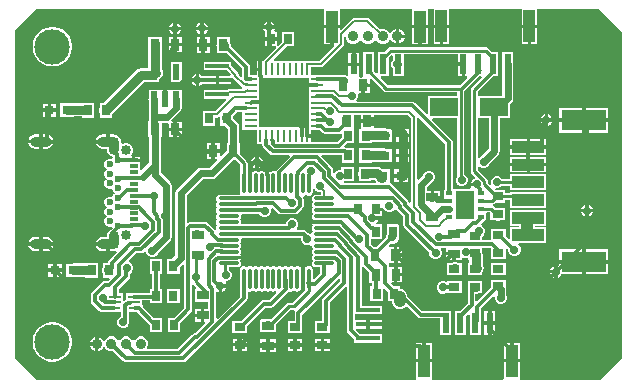
<source format=gtl>
G04*
G04 #@! TF.GenerationSoftware,Altium Limited,Altium Designer,21.6.1 (37)*
G04*
G04 Layer_Physical_Order=1*
G04 Layer_Color=255*
%FSLAX44Y44*%
%MOMM*%
G71*
G04*
G04 #@! TF.SameCoordinates,11CCFD72-63DB-4119-8E51-9F3FA7F87259*
G04*
G04*
G04 #@! TF.FilePolarity,Positive*
G04*
G01*
G75*
%ADD10C,0.2000*%
%ADD13C,0.6000*%
%ADD14C,0.2500*%
%ADD16C,0.1700*%
%ADD20R,1.0000X2.7000*%
%ADD21R,0.6000X1.7000*%
%ADD22R,0.8000X1.0000*%
%ADD23R,3.8000X1.8000*%
%ADD24R,2.7000X1.0000*%
%ADD25R,0.7000X0.9000*%
%ADD26R,2.3300X1.5600*%
%ADD27R,0.8000X0.8000*%
%ADD28R,2.0000X0.4000*%
%ADD29R,0.5588X1.3208*%
%ADD30R,0.9000X0.7000*%
%ADD31R,1.0000X0.8000*%
%ADD32R,0.5250X0.3000*%
%ADD33O,0.2845X1.8000*%
%ADD34O,1.8000X0.2845*%
%ADD35R,1.0000X0.2845*%
%ADD36R,0.7000X0.3200*%
%ADD37R,1.0800X0.2600*%
%ADD38R,0.2600X1.0800*%
%ADD65R,1.6500X2.4500*%
%ADD66C,0.3000*%
%ADD67C,0.8000*%
%ADD68C,1.0000*%
%ADD69C,0.9000*%
%ADD70C,3.0000*%
%ADD71O,1.8000X0.9000*%
%ADD72C,0.6000*%
%ADD73O,0.9000X1.5000*%
%ADD74C,0.8500*%
%ADD75C,0.7000*%
G36*
X482201Y262444D02*
Y-13194D01*
X463444Y-31951D01*
X396008D01*
X395600Y-30850D01*
X395600Y-30681D01*
Y-17250D01*
X389000D01*
X382400D01*
Y-30681D01*
X382400Y-30850D01*
X381992Y-31951D01*
X321508D01*
X321100Y-30850D01*
X321100Y-30681D01*
Y-17250D01*
X314500D01*
X307900D01*
Y-30681D01*
X307900Y-30850D01*
X307492Y-31951D01*
X-12944D01*
X-31451Y-13444D01*
X-31451Y263694D01*
X-13444Y281701D01*
X230150D01*
Y268500D01*
X236750D01*
X243350D01*
Y281701D01*
X304650D01*
Y268500D01*
X311250D01*
X317850D01*
Y281701D01*
X322900D01*
Y268750D01*
X329500D01*
X336100D01*
Y281701D01*
X397401D01*
Y268750D01*
X404001D01*
Y267250D01*
D01*
Y268750D01*
X410600D01*
Y281701D01*
X462944D01*
X482201Y262444D01*
D02*
G37*
%LPC*%
G36*
X185000Y271649D02*
Y268250D01*
X188399D01*
X187824Y269639D01*
X186389Y271073D01*
X185000Y271649D01*
D02*
G37*
G36*
X182000D02*
X180611Y271073D01*
X179176Y269639D01*
X178601Y268250D01*
X182000D01*
Y271649D01*
D02*
G37*
G36*
X128000Y270399D02*
Y267000D01*
X131399D01*
X130824Y268389D01*
X129389Y269823D01*
X128000Y270399D01*
D02*
G37*
G36*
X125000D02*
X123611Y269823D01*
X122176Y268389D01*
X121601Y267000D01*
X125000D01*
Y270399D01*
D02*
G37*
G36*
X105250Y270149D02*
Y266750D01*
X108649D01*
X108074Y268139D01*
X106639Y269574D01*
X105250Y270149D01*
D02*
G37*
G36*
X102250D02*
X100861Y269574D01*
X99426Y268139D01*
X98851Y266750D01*
X102250D01*
Y270149D01*
D02*
G37*
G36*
X266750Y274350D02*
X255500D01*
X254505Y274152D01*
X253662Y273589D01*
X244523Y264450D01*
X243350Y264936D01*
Y265500D01*
X238250D01*
Y251900D01*
X238420D01*
X238906Y250727D01*
X226229Y238050D01*
X216450D01*
X216199Y238000D01*
X187802D01*
X187316Y239173D01*
X198443Y250300D01*
X204950D01*
Y262700D01*
X194550D01*
Y254193D01*
X191120Y250764D01*
X189850Y251290D01*
Y255000D01*
X186250D01*
Y250400D01*
X188960D01*
X189486Y249130D01*
X179354Y238997D01*
X178757Y238104D01*
X178736Y238000D01*
X178000D01*
Y237900D01*
X177500D01*
Y230900D01*
X176000D01*
Y229400D01*
X173100D01*
Y225750D01*
X169120D01*
X169099Y225764D01*
X167850Y226013D01*
X167213D01*
Y232800D01*
X166964Y234049D01*
X166257Y235107D01*
X150905Y250459D01*
X151062Y251250D01*
X150619Y253474D01*
X150450Y253727D01*
Y257950D01*
X139050D01*
Y251811D01*
X138939Y251250D01*
X139050Y250688D01*
Y244550D01*
X147586D01*
X160687Y231448D01*
Y224947D01*
X159514Y224461D01*
X157794Y226181D01*
Y226459D01*
X157584Y227513D01*
X156987Y228406D01*
X156987Y228406D01*
X151450Y233943D01*
Y237450D01*
X128050D01*
Y230050D01*
X147557D01*
X150987Y226620D01*
X150461Y225350D01*
X141250D01*
Y223250D01*
X151350D01*
Y223593D01*
X151856Y223767D01*
X152620Y223804D01*
X153094Y223094D01*
X160085Y216103D01*
X160085Y216103D01*
X160580Y215773D01*
X160549Y214503D01*
X149750D01*
X148696Y214293D01*
X147803Y213696D01*
X147557Y213450D01*
X128050D01*
Y206050D01*
X146929D01*
X147415Y204877D01*
X138041Y195503D01*
X135000D01*
X134734Y195450D01*
X127300D01*
Y183050D01*
X137700D01*
Y189997D01*
X139182D01*
X140235Y190207D01*
X140877Y190636D01*
X141203Y190538D01*
X141693Y190268D01*
X142050Y189929D01*
Y188216D01*
X142300Y187612D01*
Y183050D01*
X145923D01*
X148458Y180515D01*
Y168450D01*
X147550D01*
Y161827D01*
X143023Y157300D01*
X141850Y157786D01*
Y160250D01*
X137750D01*
Y155150D01*
X139214D01*
X139700Y153977D01*
X133315Y147592D01*
X125800D01*
X125800Y147592D01*
X123966Y147227D01*
X122412Y146189D01*
X105462Y129239D01*
X104423Y127684D01*
X104058Y125850D01*
X104058Y125850D01*
Y73335D01*
X100923Y70200D01*
X97300D01*
Y66741D01*
X96800Y65534D01*
Y63466D01*
X97300Y62259D01*
Y57800D01*
X107700D01*
Y63423D01*
X110614Y66337D01*
X111788Y65851D01*
Y28902D01*
X103336Y20450D01*
X97550D01*
Y8050D01*
X107950D01*
Y15836D01*
X117357Y25243D01*
X118065Y26302D01*
X118313Y27550D01*
Y48422D01*
X119583Y48808D01*
X119873Y48373D01*
X121873Y46373D01*
X121387Y45200D01*
X120550D01*
Y33800D01*
X132187D01*
Y28100D01*
X128750D01*
Y22500D01*
Y16900D01*
X128902D01*
X129388Y15726D01*
X120911Y7250D01*
X120487D01*
X119239Y7002D01*
X118180Y6294D01*
X105948Y-5937D01*
X80990D01*
X80399Y-4667D01*
X81200Y-2733D01*
Y-267D01*
X80256Y2012D01*
X78512Y3756D01*
X76233Y4700D01*
X73766D01*
X71488Y3756D01*
X69744Y2012D01*
X69437Y1272D01*
X68063D01*
X67756Y2012D01*
X66012Y3756D01*
X63733Y4700D01*
X61267D01*
X58988Y3756D01*
X57244Y2012D01*
X56937Y1272D01*
X55563D01*
X55256Y2012D01*
X53512Y3756D01*
X51233Y4700D01*
X48767D01*
X46488Y3756D01*
X44744Y2012D01*
X44383Y1141D01*
X43008D01*
X42671Y1955D01*
X40955Y3671D01*
X39000Y4481D01*
Y-1500D01*
Y-7481D01*
X40955Y-6671D01*
X42671Y-4955D01*
X43008Y-4141D01*
X44383D01*
X44744Y-5012D01*
X46488Y-6756D01*
X48767Y-7700D01*
X51233D01*
X51483Y-7597D01*
X60093Y-16207D01*
X61151Y-16914D01*
X62400Y-17163D01*
X111022D01*
X112271Y-16914D01*
X113329Y-16207D01*
X164307Y34771D01*
X165014Y35829D01*
X165263Y37078D01*
Y42084D01*
X166533Y42881D01*
X167250Y42739D01*
X168469Y42981D01*
X169501Y43671D01*
X169999D01*
X171032Y42981D01*
X172250Y42739D01*
X173468Y42981D01*
X174501Y43671D01*
X174999D01*
X176032Y42981D01*
X177250Y42739D01*
X178469Y42981D01*
X178789Y43195D01*
X179750Y43573D01*
X180711Y43195D01*
X181032Y42981D01*
X182250Y42739D01*
X183468Y42981D01*
X183790Y43196D01*
X184750Y43573D01*
X185711Y43196D01*
X186032Y42981D01*
X187250Y42739D01*
X188469Y42981D01*
X188789Y43195D01*
X188839Y43215D01*
X189363Y42894D01*
X189549Y41298D01*
X183763Y35513D01*
X179250D01*
X178001Y35264D01*
X176943Y34557D01*
X160336Y17950D01*
X152550D01*
Y7550D01*
X164950D01*
Y13336D01*
X180602Y28987D01*
X185115D01*
X186363Y29236D01*
X187422Y29943D01*
X199935Y42456D01*
X200516Y43326D01*
X201032Y42981D01*
X202250Y42739D01*
X203468Y42981D01*
X203789Y43196D01*
X204750Y43573D01*
X205711Y43196D01*
X206032Y42981D01*
X207250Y42739D01*
X208468Y42981D01*
X209501Y43671D01*
X210767Y43279D01*
X211071Y43075D01*
X211165Y43057D01*
X211583Y41679D01*
X203218Y33313D01*
X200139D01*
X198988Y33084D01*
X198012Y32432D01*
X198012Y32432D01*
X185030Y19450D01*
X175884D01*
Y8050D01*
X189284D01*
Y15196D01*
X201385Y27298D01*
X204464D01*
X204928Y27390D01*
X205692Y26247D01*
X205402Y25814D01*
X205154Y24565D01*
Y17950D01*
X199217D01*
Y7550D01*
X211616D01*
Y14435D01*
X211679Y14750D01*
Y23214D01*
X242714Y54249D01*
X243888Y53763D01*
Y51607D01*
X229443Y37163D01*
X228736Y36104D01*
X228487Y34856D01*
Y17950D01*
X222550D01*
Y7550D01*
X234950D01*
Y14435D01*
X235013Y14750D01*
Y33504D01*
X248217Y46709D01*
X249487Y46183D01*
Y9750D01*
X249736Y8501D01*
X250443Y7443D01*
X255800Y2086D01*
Y-700D01*
X279200D01*
Y6700D01*
X260414D01*
X256984Y10130D01*
X257510Y11400D01*
X266000D01*
Y15000D01*
Y18600D01*
X256013D01*
Y23300D01*
X279200D01*
Y30700D01*
X262263D01*
Y63162D01*
X263062Y63544D01*
X263533Y63603D01*
X268050Y59086D01*
Y50300D01*
X270863D01*
Y47200D01*
X269300D01*
Y34800D01*
X279700D01*
Y45526D01*
X280874Y46012D01*
X284300Y42586D01*
Y34800D01*
X287242D01*
Y34550D01*
X287472Y32801D01*
X288148Y31171D01*
X289221Y29771D01*
X290621Y28698D01*
X292251Y28022D01*
X294000Y27792D01*
X295749Y28022D01*
X297379Y28698D01*
X298778Y29771D01*
X298989Y30046D01*
X300257Y30129D01*
X309443Y20943D01*
X310501Y20236D01*
X311750Y19987D01*
X328300D01*
Y6050D01*
X337700D01*
Y26450D01*
X331815D01*
X331500Y26513D01*
X313101D01*
X300704Y38910D01*
X300527Y40249D01*
X299852Y41879D01*
X298778Y43278D01*
X297379Y44352D01*
X295749Y45027D01*
X294700Y45166D01*
Y47200D01*
X288914D01*
X286888Y49227D01*
X287374Y50400D01*
X289250D01*
Y57000D01*
Y63600D01*
X285150D01*
X285013Y64500D01*
X284764Y65748D01*
X284591Y66008D01*
X285355Y67150D01*
X289000D01*
Y73750D01*
Y80350D01*
X285510D01*
X284984Y81620D01*
X286760Y83395D01*
X286980Y83304D01*
X289048D01*
X290960Y84096D01*
X292422Y85559D01*
X293144Y87300D01*
X293950D01*
Y99700D01*
X283550D01*
Y93065D01*
X283487Y92750D01*
Y91164D01*
X282814Y89539D01*
Y88678D01*
X274586Y80450D01*
X272414D01*
X269935Y82929D01*
Y87300D01*
X278950D01*
Y99700D01*
X274598D01*
X274190Y100970D01*
X275337Y102116D01*
X276113Y103991D01*
Y106019D01*
X276200Y106150D01*
X278850D01*
Y110750D01*
X273750D01*
Y113750D01*
X278850D01*
Y113797D01*
X280050Y113966D01*
X280842Y112054D01*
X282304Y110592D01*
X284216Y109800D01*
X286284D01*
X288196Y110592D01*
X289658Y112054D01*
X289900Y112639D01*
X291221Y112509D01*
X291231Y112463D01*
X291938Y111404D01*
X297202Y106140D01*
Y99286D01*
X297450Y98037D01*
X298157Y96979D01*
X319300Y75836D01*
Y74216D01*
X320092Y72304D01*
X321554Y70842D01*
X323466Y70050D01*
X325534D01*
X327446Y70842D01*
X328908Y72304D01*
X329700Y74216D01*
Y76284D01*
X328982Y78017D01*
X329476Y79287D01*
X333400D01*
Y76250D01*
X340000D01*
Y74750D01*
X341500D01*
Y69150D01*
X346600D01*
Y71157D01*
X347870Y71868D01*
X349233Y71304D01*
X351301D01*
X351800Y70971D01*
Y69800D01*
X352688D01*
Y66700D01*
X351800D01*
Y56300D01*
X364200D01*
Y59524D01*
X364869Y60526D01*
X365312Y62750D01*
X364869Y64974D01*
X364312Y65808D01*
Y74500D01*
X364312Y74500D01*
X364200Y75061D01*
Y79941D01*
X371195D01*
X371300Y79836D01*
Y70050D01*
X383700D01*
Y78776D01*
X384874Y79262D01*
X386050Y78086D01*
Y77216D01*
X386842Y75304D01*
X388304Y73842D01*
X390216Y73050D01*
X392284D01*
X394196Y73842D01*
X395658Y75304D01*
X396450Y77216D01*
Y79284D01*
X395658Y81196D01*
X394574Y82280D01*
X395100Y83550D01*
X401311D01*
X401750Y83492D01*
X403000D01*
X403439Y83550D01*
X418200D01*
Y96950D01*
X408508D01*
Y98550D01*
X418200D01*
Y111950D01*
X387800D01*
Y98550D01*
X394992D01*
Y96950D01*
X387800D01*
Y87223D01*
X386627Y86737D01*
X383700Y89664D01*
Y95449D01*
X371300D01*
Y86466D01*
X364200D01*
Y88905D01*
X364264Y89001D01*
X364363Y89496D01*
X365676Y90809D01*
X366468Y92720D01*
Y94789D01*
X365676Y96700D01*
X364213Y98163D01*
X363425Y98489D01*
X363127Y99987D01*
X365557Y102417D01*
X365980Y103050D01*
X367450D01*
Y109450D01*
X368599Y109742D01*
X370504D01*
X370800Y109446D01*
Y103050D01*
X375862D01*
X376466Y102800D01*
X378534D01*
X379138Y103050D01*
X383200D01*
Y113450D01*
X375304D01*
X373877Y114877D01*
X373365Y115219D01*
X373289Y115666D01*
X373386Y116629D01*
X374127Y117123D01*
X375054Y118050D01*
X383200D01*
Y120243D01*
X387800D01*
Y113550D01*
X418200D01*
Y126950D01*
X387800D01*
Y126258D01*
X383200D01*
Y128450D01*
X375455D01*
X375153Y128877D01*
X375195Y129034D01*
X375879Y130050D01*
X377534D01*
X379446Y130842D01*
X380846Y132242D01*
X387800D01*
Y128550D01*
X418200D01*
Y141950D01*
X387800D01*
Y138258D01*
X380846D01*
X379446Y139658D01*
X377534Y140450D01*
X375466D01*
X373554Y139658D01*
X372092Y138196D01*
X371300Y136284D01*
Y134216D01*
X371452Y133848D01*
X370376Y133129D01*
X368725Y134779D01*
Y136178D01*
X368725Y136178D01*
X368496Y137329D01*
X367844Y138305D01*
X367844Y138305D01*
X360258Y145891D01*
Y148342D01*
X361528Y148868D01*
X362304Y148092D01*
X364216Y147300D01*
X366284D01*
X368196Y148092D01*
X369658Y149554D01*
X370066Y150539D01*
X377538Y158011D01*
X378577Y159566D01*
X378942Y161400D01*
Y189250D01*
X387500D01*
Y201473D01*
X388889Y202861D01*
X389927Y204416D01*
X390292Y206250D01*
X390292Y206250D01*
Y235250D01*
X390200Y235713D01*
Y245450D01*
X380800D01*
Y235713D01*
X380708Y235250D01*
Y208250D01*
X360800D01*
X360258Y209295D01*
Y212254D01*
X373054Y225050D01*
X377700D01*
Y245450D01*
X372554D01*
X369177Y248827D01*
X368201Y249479D01*
X367050Y249708D01*
X286450D01*
X285299Y249479D01*
X284323Y248827D01*
X280696Y245200D01*
X275550D01*
Y227613D01*
X274377Y227127D01*
X272450Y229054D01*
Y245200D01*
X263050D01*
Y224800D01*
X262277Y223850D01*
X260382D01*
X259850Y224900D01*
X259850Y225120D01*
Y233500D01*
X255250D01*
X250650D01*
Y226000D01*
X250332Y225719D01*
X249380Y225289D01*
X247784Y225950D01*
X245815D01*
X245500Y226013D01*
X224150D01*
X222902Y225764D01*
X222880Y225750D01*
X219000D01*
Y232850D01*
X227306D01*
X228301Y233048D01*
X229144Y233611D01*
X246138Y250605D01*
X246702Y251449D01*
X246900Y252444D01*
Y258636D01*
X247280Y258892D01*
X248550Y258216D01*
Y257517D01*
X249494Y255238D01*
X251238Y253494D01*
X253517Y252550D01*
X255983D01*
X258262Y253494D01*
X260006Y255238D01*
X260313Y255978D01*
X261687D01*
X261994Y255238D01*
X263738Y253494D01*
X266017Y252550D01*
X268483D01*
X270762Y253494D01*
X272506Y255238D01*
X272813Y255978D01*
X274187D01*
X274494Y255238D01*
X276238Y253494D01*
X278517Y252550D01*
X280983D01*
X283262Y253494D01*
X285006Y255238D01*
X285367Y256109D01*
X286741Y256109D01*
X287078Y255295D01*
X288794Y253579D01*
X290750Y252769D01*
Y258750D01*
Y264731D01*
X288794Y263921D01*
X287078Y262205D01*
X286741Y261391D01*
X285367Y261391D01*
X285006Y262262D01*
X283262Y264006D01*
X280983Y264950D01*
X278517D01*
X277605Y264572D01*
X268588Y273588D01*
X267745Y274152D01*
X266750Y274350D01*
D02*
G37*
G36*
X131399Y264000D02*
X128000D01*
Y260601D01*
X129389Y261176D01*
X130824Y262611D01*
X131399Y264000D01*
D02*
G37*
G36*
X125000D02*
X121601D01*
X122176Y262611D01*
X123611Y261176D01*
X125000Y260601D01*
Y264000D01*
D02*
G37*
G36*
X108649Y263750D02*
X105250D01*
Y260351D01*
X106639Y260926D01*
X108074Y262361D01*
X108649Y263750D01*
D02*
G37*
G36*
X102250D02*
X98851D01*
X99426Y262361D01*
X100861Y260926D01*
X102250Y260351D01*
Y263750D01*
D02*
G37*
G36*
X293750Y264731D02*
Y260250D01*
X298231D01*
X297421Y262205D01*
X295705Y263921D01*
X293750Y264731D01*
D02*
G37*
G36*
X188399Y265250D02*
X178601D01*
X179176Y263861D01*
X179273Y263764D01*
X179650Y262600D01*
X179650D01*
X179650Y262600D01*
Y258000D01*
X184750D01*
X189850D01*
Y262600D01*
X188222D01*
X187736Y263774D01*
X187824Y263861D01*
X188399Y265250D01*
D02*
G37*
G36*
X109600Y258350D02*
X105500D01*
Y253250D01*
X109600D01*
Y258350D01*
D02*
G37*
G36*
X102500D02*
X98400D01*
Y253250D01*
X102500D01*
Y258350D01*
D02*
G37*
G36*
X298231Y257250D02*
X293750D01*
Y252769D01*
X295705Y253579D01*
X297421Y255295D01*
X298231Y257250D01*
D02*
G37*
G36*
X133350Y257850D02*
X129250D01*
Y252750D01*
X133350D01*
Y257850D01*
D02*
G37*
G36*
X126250D02*
X122150D01*
Y252750D01*
X126250D01*
Y257850D01*
D02*
G37*
G36*
X410600Y265750D02*
X405500D01*
Y252150D01*
X410600D01*
Y265750D01*
D02*
G37*
G36*
X402500D02*
X397401D01*
Y252150D01*
X402500D01*
Y265750D01*
D02*
G37*
G36*
X336100D02*
X331000D01*
Y252150D01*
X336100D01*
Y265750D01*
D02*
G37*
G36*
X328000D02*
X322900D01*
Y252150D01*
X328000D01*
Y265750D01*
D02*
G37*
G36*
X317850Y265500D02*
X312750D01*
Y251900D01*
X317850D01*
Y265500D01*
D02*
G37*
G36*
X309750D02*
X304650D01*
Y251900D01*
X309750D01*
Y265500D01*
D02*
G37*
G36*
X235250Y265500D02*
X230150D01*
Y251900D01*
X235250D01*
Y265500D01*
D02*
G37*
G36*
X183250Y255000D02*
X179650D01*
Y250400D01*
X183250D01*
Y255000D01*
D02*
G37*
G36*
X109600Y250250D02*
X105500D01*
Y245150D01*
X109600D01*
Y250250D01*
D02*
G37*
G36*
X102500D02*
X98400D01*
Y245150D01*
X102500D01*
Y250250D01*
D02*
G37*
G36*
X133350Y249750D02*
X129250D01*
Y244650D01*
X133350D01*
Y249750D01*
D02*
G37*
G36*
X126250D02*
X122150D01*
Y244650D01*
X126250D01*
Y249750D01*
D02*
G37*
G36*
X259850Y245100D02*
X256750D01*
Y236500D01*
X259850D01*
Y245100D01*
D02*
G37*
G36*
X253750D02*
X250650D01*
Y236500D01*
X253750D01*
Y245100D01*
D02*
G37*
G36*
X1645Y266700D02*
X-1645D01*
X-4871Y266058D01*
X-7910Y264799D01*
X-10646Y262972D01*
X-12972Y260646D01*
X-14799Y257910D01*
X-16058Y254871D01*
X-16700Y251645D01*
Y248355D01*
X-16058Y245129D01*
X-14799Y242090D01*
X-12972Y239354D01*
X-10646Y237028D01*
X-7910Y235201D01*
X-4871Y233942D01*
X-1645Y233300D01*
X1645D01*
X4871Y233942D01*
X7910Y235201D01*
X10646Y237028D01*
X12972Y239354D01*
X14799Y242090D01*
X16058Y245129D01*
X16700Y248355D01*
Y251645D01*
X16058Y254871D01*
X14799Y257910D01*
X12972Y260646D01*
X10646Y262972D01*
X7910Y264799D01*
X4871Y266058D01*
X1645Y266700D01*
D02*
G37*
G36*
X174500Y237900D02*
X173100D01*
Y232400D01*
X174500D01*
Y237900D01*
D02*
G37*
G36*
X121250Y226649D02*
X119861Y226074D01*
X118426Y224639D01*
X117851Y223250D01*
X121250D01*
Y226649D01*
D02*
G37*
G36*
X109391Y236988D02*
X100403D01*
Y220380D01*
X109391D01*
Y236988D01*
D02*
G37*
G36*
X151350Y220250D02*
X141250D01*
Y218150D01*
X151350D01*
Y220250D01*
D02*
G37*
G36*
X124250Y226649D02*
Y221750D01*
Y216851D01*
X125639Y217426D01*
X126880Y218668D01*
X127795Y218470D01*
X128150Y218278D01*
Y218150D01*
X138250D01*
Y221750D01*
Y225350D01*
X128150D01*
Y225222D01*
X127795Y225030D01*
X126880Y224832D01*
X125639Y226074D01*
X124250Y226649D01*
D02*
G37*
G36*
X121250Y220250D02*
X117851D01*
X118426Y218861D01*
X119861Y217426D01*
X121250Y216851D01*
Y220250D01*
D02*
G37*
G36*
X3100Y201850D02*
X-1000D01*
Y197750D01*
X3100D01*
Y201850D01*
D02*
G37*
G36*
X-4000D02*
X-8100D01*
Y197750D01*
X-4000D01*
Y201850D01*
D02*
G37*
G36*
X3100Y194750D02*
X-1000D01*
Y190650D01*
X3100D01*
Y194750D01*
D02*
G37*
G36*
X-4000D02*
X-8100D01*
Y190650D01*
X-4000D01*
Y194750D01*
D02*
G37*
G36*
X92700Y258450D02*
X81300D01*
Y252311D01*
X81188Y251750D01*
Y231891D01*
X75080D01*
X72856Y231449D01*
X70971Y230189D01*
X70970Y230189D01*
X43231Y202450D01*
X40050D01*
Y198727D01*
X39881Y198474D01*
X39438Y196250D01*
X39881Y194026D01*
X40050Y193772D01*
Y190050D01*
X50450D01*
Y193231D01*
X77487Y220268D01*
X84895D01*
X85456Y220380D01*
X90595D01*
Y222879D01*
X92109Y223891D01*
X93369Y225776D01*
X93812Y228000D01*
X93369Y230224D01*
X92811Y231059D01*
Y251750D01*
X92700Y252311D01*
Y253034D01*
X92700Y253035D01*
Y258450D01*
D02*
G37*
G36*
X29750Y202562D02*
X13001D01*
X10777Y202119D01*
X10523Y201950D01*
X6800D01*
Y196811D01*
X6689Y196250D01*
X6800Y195688D01*
Y190550D01*
X11939D01*
X12500Y190438D01*
X13062Y190550D01*
X18200D01*
Y190938D01*
X25050D01*
Y190050D01*
X35450D01*
Y196188D01*
X35562Y196750D01*
X35450Y197312D01*
Y202450D01*
X30313D01*
X29750Y202562D01*
D02*
G37*
G36*
X470600Y198350D02*
X451500D01*
Y189250D01*
X470600D01*
Y198350D01*
D02*
G37*
G36*
X419750Y192649D02*
Y189250D01*
X423149D01*
X422574Y190639D01*
X421139Y192074D01*
X419750Y192649D01*
D02*
G37*
G36*
X416750D02*
X415361Y192074D01*
X413926Y190639D01*
X413351Y189250D01*
X416750D01*
Y192649D01*
D02*
G37*
G36*
X448500Y198350D02*
X429400D01*
Y189250D01*
X448500D01*
Y198350D01*
D02*
G37*
G36*
X423149Y186250D02*
X419750D01*
Y182851D01*
X421139Y183426D01*
X422574Y184861D01*
X423149Y186250D01*
D02*
G37*
G36*
X416750D02*
X413351D01*
X413926Y184861D01*
X415361Y183426D01*
X416750Y182851D01*
Y186250D01*
D02*
G37*
G36*
X109600Y186600D02*
X105500D01*
Y181500D01*
X109600D01*
Y186600D01*
D02*
G37*
G36*
X90595Y213620D02*
Y213620D01*
X89877Y213620D01*
X81607D01*
Y206814D01*
X81309Y205316D01*
X81515Y204280D01*
Y186700D01*
X81300D01*
Y173300D01*
X82208D01*
Y152188D01*
X75179Y145159D01*
X74050Y145826D01*
Y152100D01*
X73950D01*
Y152300D01*
X68850D01*
Y153800D01*
X67350D01*
Y157000D01*
X67161D01*
X66635Y158270D01*
X67294Y158929D01*
X68200Y161116D01*
Y163483D01*
X67294Y165670D01*
X65620Y167344D01*
X63433Y168250D01*
X61066D01*
X59739Y167700D01*
X58469Y168549D01*
Y169350D01*
X57996Y171730D01*
X56648Y173748D01*
X54630Y175096D01*
X54450Y175132D01*
X54130Y175346D01*
X51750Y175819D01*
X48750D01*
Y169600D01*
X47250D01*
Y168100D01*
X36829D01*
X37004Y167220D01*
X38352Y165202D01*
X40370Y163854D01*
X42750Y163380D01*
X46030D01*
Y163350D01*
X46504Y160970D01*
X47852Y158952D01*
X49870Y157604D01*
X50720Y157435D01*
X51471Y155991D01*
X51346Y155687D01*
X49977Y154879D01*
X49685Y155000D01*
X47815D01*
X46088Y154284D01*
X44766Y152962D01*
X44050Y151235D01*
Y149365D01*
X44766Y147638D01*
X45274Y147129D01*
X46073Y146300D01*
X45274Y145470D01*
X44766Y144962D01*
X44050Y143235D01*
Y141365D01*
X44766Y139637D01*
X45274Y139129D01*
X46073Y138300D01*
X45274Y137470D01*
X44766Y136962D01*
X44050Y135235D01*
Y133365D01*
X44766Y131638D01*
X46088Y130315D01*
X47815Y129600D01*
X49685D01*
X49877Y129679D01*
X51253Y128875D01*
X51766Y127638D01*
X52274Y127130D01*
X53073Y126300D01*
X52274Y125470D01*
X51766Y124962D01*
X51253Y123725D01*
X49877Y122921D01*
X49685Y123000D01*
X47815D01*
X46088Y122284D01*
X44766Y120962D01*
X44050Y119235D01*
Y117365D01*
X44766Y115638D01*
X45274Y115130D01*
X46073Y114300D01*
X45274Y113470D01*
X44766Y112962D01*
X44050Y111235D01*
Y109365D01*
X44766Y107638D01*
X45274Y107130D01*
X46073Y106300D01*
X45274Y105470D01*
X44766Y104962D01*
X44050Y103235D01*
Y101365D01*
X44766Y99638D01*
X46088Y98315D01*
X47815Y97600D01*
X49685D01*
X49977Y97721D01*
X51346Y96913D01*
X51471Y96610D01*
X50720Y95165D01*
X49870Y94996D01*
X47852Y93648D01*
X46504Y91630D01*
X46030Y89250D01*
Y89220D01*
X42750D01*
X40370Y88746D01*
X38352Y87398D01*
X37004Y85380D01*
X36829Y84500D01*
X47250D01*
Y83000D01*
X48750D01*
Y76781D01*
X51750D01*
X53773Y77183D01*
X54427Y76041D01*
X47943Y69557D01*
X47236Y68499D01*
X46987Y67250D01*
Y66950D01*
X43050D01*
Y63904D01*
X42842Y63696D01*
X42050Y61784D01*
Y59716D01*
X42842Y57804D01*
X43050Y57596D01*
Y54550D01*
X48302D01*
X48788Y53377D01*
X47037Y51625D01*
X44262D01*
X43014Y51377D01*
X41955Y50669D01*
X33793Y42507D01*
X33086Y41449D01*
X32837Y40200D01*
Y34650D01*
X33086Y33401D01*
X33793Y32343D01*
X39890Y26246D01*
X40948Y25539D01*
X42197Y25291D01*
X52176D01*
X52566Y25213D01*
X53271Y25353D01*
X58376D01*
Y21706D01*
X57054Y21158D01*
X55592Y19696D01*
X54800Y17784D01*
Y15716D01*
X55592Y13804D01*
X57054Y12342D01*
X58966Y11550D01*
X61034D01*
X62946Y12342D01*
X64408Y13804D01*
X65200Y15716D01*
Y17784D01*
X64771Y18819D01*
X64901Y19471D01*
Y25353D01*
X69133D01*
X69838Y25213D01*
X71909D01*
X82180Y14943D01*
X82550Y14695D01*
Y8050D01*
X92950D01*
Y20450D01*
X86065D01*
X85860Y20491D01*
X76538Y29812D01*
Y31598D01*
X75700D01*
Y35237D01*
X82300D01*
Y32801D01*
X92700D01*
Y45201D01*
X90763D01*
Y57800D01*
X92700D01*
Y70200D01*
X82300D01*
Y57800D01*
X84237D01*
Y45201D01*
X82300D01*
Y41762D01*
X69000D01*
X68295Y41622D01*
X62300D01*
Y36244D01*
X61530Y35729D01*
X60823Y35023D01*
X59700Y35696D01*
Y41622D01*
X56263D01*
Y44976D01*
X64792Y53505D01*
X65499Y54564D01*
X65747Y55812D01*
Y57906D01*
X66196Y58092D01*
X67658Y59554D01*
X68450Y61466D01*
Y63534D01*
X67658Y65446D01*
X66196Y66908D01*
X65063Y67378D01*
X64762Y68873D01*
X71103Y75214D01*
X75349D01*
X76597Y75462D01*
X77656Y76170D01*
X78280Y76794D01*
X79550Y76268D01*
Y75966D01*
X80342Y74054D01*
X81804Y72592D01*
X83716Y71800D01*
X85784D01*
X87696Y72592D01*
X89158Y74054D01*
X89566Y75039D01*
X99738Y85211D01*
X99739Y85211D01*
X100777Y86766D01*
X101142Y88600D01*
Y107000D01*
Y132251D01*
X101142Y132251D01*
X100777Y134085D01*
X99739Y135640D01*
X99738Y135640D01*
X91792Y143586D01*
Y150203D01*
Y173300D01*
X92700D01*
Y185708D01*
X96728D01*
X96728Y185708D01*
X97130Y185788D01*
X98400Y184746D01*
Y181500D01*
X102500D01*
Y186600D01*
X101401D01*
X100875Y187870D01*
X108080Y195074D01*
X109119Y196629D01*
X109195Y197012D01*
X109391D01*
Y198000D01*
X109483Y198463D01*
Y204280D01*
X109689Y205316D01*
X109391Y206814D01*
Y213620D01*
X101673D01*
X100403Y213620D01*
X100403Y213620D01*
X99175Y213520D01*
X96999D01*
Y205316D01*
X93999D01*
Y213520D01*
X91105D01*
Y213520D01*
X91098Y213521D01*
X90595Y213620D01*
D02*
G37*
G36*
X470600Y186250D02*
X451500D01*
Y177150D01*
X470600D01*
Y186250D01*
D02*
G37*
G36*
X448500D02*
X429400D01*
Y177150D01*
X448500D01*
Y186250D01*
D02*
G37*
G36*
X109600Y178500D02*
X105500D01*
Y173400D01*
X109600D01*
Y178500D01*
D02*
G37*
G36*
X102500D02*
X98400D01*
Y173400D01*
X102500D01*
Y178500D01*
D02*
G37*
G36*
X45750Y175819D02*
X42750D01*
X40370Y175346D01*
X38352Y173998D01*
X37004Y171980D01*
X36829Y171100D01*
X45750D01*
Y175819D01*
D02*
G37*
G36*
X-5250D02*
X-8250D01*
Y171100D01*
X671D01*
X496Y171980D01*
X-852Y173998D01*
X-2870Y175346D01*
X-5250Y175819D01*
D02*
G37*
G36*
X-11250D02*
X-14250D01*
X-16630Y175346D01*
X-18648Y173998D01*
X-19996Y171980D01*
X-20171Y171100D01*
X-11250D01*
Y175819D01*
D02*
G37*
G36*
X418100Y171850D02*
X404500D01*
Y166750D01*
X418100D01*
Y171850D01*
D02*
G37*
G36*
X401500D02*
X387900D01*
Y166750D01*
X401500D01*
Y171850D01*
D02*
G37*
G36*
X671Y168100D02*
X-8250D01*
Y163380D01*
X-5250D01*
X-2870Y163854D01*
X-852Y165202D01*
X496Y167220D01*
X671Y168100D01*
D02*
G37*
G36*
X-11250D02*
X-20171D01*
X-19996Y167220D01*
X-18648Y165202D01*
X-16630Y163854D01*
X-14250Y163380D01*
X-11250D01*
Y168100D01*
D02*
G37*
G36*
X141850Y168350D02*
X137750D01*
Y163250D01*
X141850D01*
Y168350D01*
D02*
G37*
G36*
X134750D02*
X130650D01*
Y163250D01*
X134750D01*
Y168350D01*
D02*
G37*
G36*
X418100Y163750D02*
X404500D01*
Y158650D01*
X418100D01*
Y163750D01*
D02*
G37*
G36*
X401500D02*
X387900D01*
Y158650D01*
X401500D01*
Y163750D01*
D02*
G37*
G36*
X73950Y157000D02*
X70350D01*
Y155300D01*
X73950D01*
Y157000D01*
D02*
G37*
G36*
X134750Y160250D02*
X130650D01*
Y155150D01*
X134750D01*
Y160250D01*
D02*
G37*
G36*
X418100Y156850D02*
X404500D01*
Y151750D01*
X418100D01*
Y156850D01*
D02*
G37*
G36*
X401500D02*
X387900D01*
Y151750D01*
X401500D01*
Y156850D01*
D02*
G37*
G36*
X418100Y148750D02*
X404500D01*
Y143650D01*
X418100D01*
Y148750D01*
D02*
G37*
G36*
X401500D02*
X387900D01*
Y143650D01*
X401500D01*
Y148750D01*
D02*
G37*
G36*
X454250Y116149D02*
Y112750D01*
X457649D01*
X457074Y114139D01*
X455639Y115574D01*
X454250Y116149D01*
D02*
G37*
G36*
X451250D02*
X449861Y115574D01*
X448426Y114139D01*
X447851Y112750D01*
X451250D01*
Y116149D01*
D02*
G37*
G36*
X457649Y109750D02*
X454250D01*
Y106351D01*
X455639Y106926D01*
X457074Y108361D01*
X457649Y109750D01*
D02*
G37*
G36*
X451250D02*
X447851D01*
X448426Y108361D01*
X449861Y106926D01*
X451250Y106351D01*
Y109750D01*
D02*
G37*
G36*
X-5250Y89220D02*
X-8250D01*
Y84500D01*
X671D01*
X496Y85380D01*
X-852Y87398D01*
X-2870Y88746D01*
X-5250Y89220D01*
D02*
G37*
G36*
X-11250D02*
X-14250D01*
X-16630Y88746D01*
X-18648Y87398D01*
X-19996Y85380D01*
X-20171Y84500D01*
X-11250D01*
Y89220D01*
D02*
G37*
G36*
X45750Y81500D02*
X36829D01*
X37004Y80620D01*
X38352Y78602D01*
X40370Y77254D01*
X42750Y76781D01*
X45750D01*
Y81500D01*
D02*
G37*
G36*
X671D02*
X-8250D01*
Y76781D01*
X-5250D01*
X-2870Y77254D01*
X-852Y78602D01*
X496Y80620D01*
X671Y81500D01*
D02*
G37*
G36*
X-11250D02*
X-20171D01*
X-19996Y80620D01*
X-18648Y78602D01*
X-16630Y77254D01*
X-14250Y76781D01*
X-11250D01*
Y81500D01*
D02*
G37*
G36*
X296100Y80350D02*
X292000D01*
Y75250D01*
X296100D01*
Y80350D01*
D02*
G37*
G36*
X470600Y78350D02*
X451500D01*
Y69250D01*
X470600D01*
Y78350D01*
D02*
G37*
G36*
X448500D02*
X429400D01*
Y69250D01*
X448500D01*
Y78350D01*
D02*
G37*
G36*
X338500Y73250D02*
X333400D01*
Y69150D01*
X338500D01*
Y73250D01*
D02*
G37*
G36*
X296100Y72250D02*
X292000D01*
Y67150D01*
X296100D01*
Y72250D01*
D02*
G37*
G36*
X448500Y66250D02*
X429400D01*
Y65194D01*
X428130Y64345D01*
X428000Y64399D01*
Y59500D01*
Y54601D01*
X429389Y55176D01*
X430824Y56611D01*
X431047Y57150D01*
X448500D01*
Y66250D01*
D02*
G37*
G36*
X7850Y66350D02*
X3750D01*
Y62250D01*
X7850D01*
Y66350D01*
D02*
G37*
G36*
X750D02*
X-3350D01*
Y62250D01*
X750D01*
Y66350D01*
D02*
G37*
G36*
X425000Y64399D02*
X423611Y63824D01*
X422176Y62389D01*
X421601Y61000D01*
X425000D01*
Y64399D01*
D02*
G37*
G36*
X292250Y63600D02*
Y58500D01*
X296350D01*
Y63600D01*
X292250D01*
D02*
G37*
G36*
X470600Y66250D02*
X451500D01*
Y57150D01*
X470600D01*
Y66250D01*
D02*
G37*
G36*
X383950Y67200D02*
X371550D01*
Y63035D01*
X371550Y63035D01*
Y60966D01*
X371550Y60965D01*
Y56800D01*
X383950D01*
Y67200D01*
D02*
G37*
G36*
X341801Y67453D02*
X339732D01*
X337914Y66700D01*
X334300D01*
Y56300D01*
X346700D01*
Y66700D01*
X343619D01*
X341801Y67453D01*
D02*
G37*
G36*
X7850Y59250D02*
X3750D01*
Y55150D01*
X7850D01*
Y59250D01*
D02*
G37*
G36*
X750D02*
X-3350D01*
Y55150D01*
X750D01*
Y59250D01*
D02*
G37*
G36*
X425000Y58000D02*
X421601D01*
X422176Y56611D01*
X423611Y55176D01*
X425000Y54601D01*
Y58000D01*
D02*
G37*
G36*
X38450Y66950D02*
X28050D01*
Y66562D01*
X17250D01*
X16689Y66450D01*
X11550D01*
Y61311D01*
X11438Y60750D01*
X11550Y60189D01*
Y55050D01*
X16689D01*
X17250Y54938D01*
X28050D01*
Y54550D01*
X38450D01*
Y66950D01*
D02*
G37*
G36*
X334300Y51700D02*
X333030Y50934D01*
X331784Y51450D01*
X329716D01*
X327804Y50658D01*
X326342Y49196D01*
X325550Y47284D01*
Y45216D01*
X326342Y43304D01*
X327804Y41842D01*
X329716Y41050D01*
X331784D01*
X333030Y41566D01*
X334300Y41300D01*
Y41300D01*
X334300Y41300D01*
X346700D01*
Y51700D01*
X334300D01*
Y51700D01*
D02*
G37*
G36*
X296350Y55500D02*
X292250D01*
Y50400D01*
X296350D01*
Y55500D01*
D02*
G37*
G36*
X383950Y52200D02*
X371550D01*
Y46414D01*
X359436Y34300D01*
X358263Y34786D01*
Y40300D01*
X359534D01*
X361446Y41092D01*
X361654Y41300D01*
X364200D01*
Y51700D01*
X351800D01*
Y44815D01*
X351737Y44500D01*
Y32602D01*
X345586Y26450D01*
X340800D01*
Y6050D01*
X350200D01*
Y21836D01*
X352127Y23763D01*
X353300Y23277D01*
Y6050D01*
X362700D01*
Y17435D01*
X362763Y17750D01*
Y28398D01*
X373548Y39183D01*
X374624Y38464D01*
X374550Y38284D01*
Y36216D01*
X375342Y34304D01*
X376804Y32842D01*
X378716Y32050D01*
X380784D01*
X382696Y32842D01*
X384158Y34304D01*
X384950Y36216D01*
Y38284D01*
X384351Y39731D01*
Y44941D01*
X384351Y44941D01*
X383986Y46775D01*
X383950Y46829D01*
Y52200D01*
D02*
G37*
G36*
X107700Y45201D02*
X97300D01*
Y32801D01*
X107700D01*
Y45201D01*
D02*
G37*
G36*
X125750Y28100D02*
X120650D01*
Y24000D01*
X125750D01*
Y28100D01*
D02*
G37*
G36*
X375100Y26350D02*
X372000D01*
Y17750D01*
X375100D01*
Y26350D01*
D02*
G37*
G36*
X369000D02*
X365900D01*
Y17750D01*
X369000D01*
Y26350D01*
D02*
G37*
G36*
X125750Y21000D02*
X120650D01*
Y16900D01*
X125750D01*
Y21000D01*
D02*
G37*
G36*
X279100Y18600D02*
X269000D01*
Y16500D01*
X279100D01*
Y18600D01*
D02*
G37*
G36*
Y13500D02*
X269000D01*
Y11400D01*
X279100D01*
Y13500D01*
D02*
G37*
G36*
X375100Y14750D02*
X372000D01*
Y6150D01*
X375100D01*
Y14750D01*
D02*
G37*
G36*
X369000D02*
X365900D01*
Y6150D01*
X369000D01*
Y14750D01*
D02*
G37*
G36*
X36000Y4481D02*
X34044Y3671D01*
X32328Y1955D01*
X31518Y-0D01*
X36000D01*
Y4481D01*
D02*
G37*
G36*
X164850Y2850D02*
X160250D01*
Y-750D01*
X164850D01*
Y2850D01*
D02*
G37*
G36*
X156500D02*
X152650D01*
Y-750D01*
X156500D01*
Y2850D01*
D02*
G37*
G36*
X234850Y2850D02*
X230250D01*
Y-750D01*
X234850D01*
Y2850D01*
D02*
G37*
G36*
X227250D02*
X222650D01*
Y-750D01*
X227250D01*
Y2850D01*
D02*
G37*
G36*
X211516D02*
X206917D01*
Y-750D01*
X211516D01*
Y2850D01*
D02*
G37*
G36*
X203917D02*
X199317D01*
Y-750D01*
X203917D01*
Y2850D01*
D02*
G37*
G36*
X189184Y2350D02*
X184083D01*
Y-1750D01*
X189184D01*
Y2350D01*
D02*
G37*
G36*
X181083D02*
X175984D01*
Y-1750D01*
X181083D01*
Y2350D01*
D02*
G37*
G36*
X164850Y-3750D02*
X160250D01*
Y-7350D01*
X164850D01*
Y-3750D01*
D02*
G37*
G36*
X156500D02*
X152650D01*
Y-7350D01*
X156500D01*
Y-3750D01*
D02*
G37*
G36*
X234850Y-3750D02*
X230250D01*
Y-7350D01*
X234850D01*
Y-3750D01*
D02*
G37*
G36*
X227250D02*
X222650D01*
Y-7350D01*
X227250D01*
Y-3750D01*
D02*
G37*
G36*
X211516D02*
X206917D01*
Y-7350D01*
X211516D01*
Y-3750D01*
D02*
G37*
G36*
X203917D02*
X199317D01*
Y-7350D01*
X203917D01*
Y-3750D01*
D02*
G37*
G36*
X36000Y-3000D02*
X31518D01*
X32328Y-4955D01*
X34044Y-6671D01*
X36000Y-7481D01*
Y-3000D01*
D02*
G37*
G36*
X189184Y-4750D02*
X184083D01*
Y-8850D01*
X189184D01*
Y-4750D01*
D02*
G37*
G36*
X181083D02*
X175984D01*
Y-8850D01*
X181083D01*
Y-4750D01*
D02*
G37*
G36*
X395600Y-650D02*
X390500D01*
Y-14250D01*
X395600D01*
Y-650D01*
D02*
G37*
G36*
X321100D02*
X316000D01*
Y-14250D01*
X321100D01*
Y-650D01*
D02*
G37*
G36*
X387500D02*
X382400D01*
Y-14250D01*
X387500D01*
Y-650D01*
D02*
G37*
G36*
X313000D02*
X307900D01*
Y-14250D01*
X313000D01*
Y-650D01*
D02*
G37*
G36*
X1645Y16700D02*
X-1645D01*
X-4871Y16058D01*
X-7910Y14799D01*
X-10646Y12972D01*
X-12972Y10646D01*
X-14799Y7910D01*
X-16058Y4871D01*
X-16700Y1645D01*
Y-1645D01*
X-16058Y-4871D01*
X-14799Y-7910D01*
X-12972Y-10646D01*
X-10646Y-12972D01*
X-7910Y-14799D01*
X-4871Y-16058D01*
X-1645Y-16700D01*
X1645D01*
X4871Y-16058D01*
X7910Y-14799D01*
X10646Y-12972D01*
X12972Y-10646D01*
X14799Y-7910D01*
X16058Y-4871D01*
X16700Y-1645D01*
Y1645D01*
X16058Y4871D01*
X14799Y7910D01*
X12972Y10646D01*
X10646Y12972D01*
X7910Y14799D01*
X4871Y16058D01*
X1645Y16700D01*
D02*
G37*
%LPD*%
G36*
X343400Y236750D02*
X348000D01*
Y235250D01*
X349500D01*
Y225150D01*
X350850D01*
X351376Y223880D01*
X345004Y217508D01*
X283996D01*
X277877Y223627D01*
X278363Y224800D01*
X284950D01*
Y240946D01*
X286780Y242776D01*
X288050Y242250D01*
Y238404D01*
X287592Y237946D01*
X286800Y236034D01*
Y233966D01*
X287592Y232055D01*
X288050Y231596D01*
Y224800D01*
X297450D01*
Y234537D01*
X297542Y235000D01*
X297450Y235463D01*
Y243692D01*
X343400D01*
Y236750D01*
D02*
G37*
G36*
X280623Y212373D02*
X281599Y211721D01*
X282750Y211492D01*
X342942D01*
Y208250D01*
X318000D01*
Y193274D01*
X316827Y192787D01*
X307057Y202557D01*
X305999Y203264D01*
X304750Y203513D01*
X258011D01*
X257485Y204783D01*
X258197Y205494D01*
X258988Y207405D01*
Y209474D01*
X258938Y209594D01*
X259644Y210650D01*
X261750D01*
Y217250D01*
X263250D01*
Y218750D01*
X268850D01*
Y222350D01*
X270120Y222876D01*
X280623Y212373D01*
D02*
G37*
G36*
X303597Y189338D02*
Y118545D01*
X302327Y117867D01*
X302088Y118028D01*
X301959Y118676D01*
X301252Y119734D01*
X287344Y133642D01*
X286683Y134084D01*
X285950Y135050D01*
Y146450D01*
X279720D01*
X279310Y146860D01*
X277425Y148120D01*
X275200Y148562D01*
X275200Y148562D01*
X265500D01*
X265500Y148562D01*
X264939Y148450D01*
X259800D01*
Y144728D01*
X259631Y144474D01*
X259188Y142250D01*
X259631Y140026D01*
X259800Y139773D01*
Y136051D01*
X270200D01*
Y136939D01*
X272793D01*
X273864Y135868D01*
X273338Y134598D01*
X247201D01*
X246639Y135868D01*
X246805Y136051D01*
X255200D01*
Y148450D01*
X244800D01*
Y145959D01*
X244796Y145957D01*
X242728D01*
X240816Y145165D01*
X239354Y143702D01*
X238998Y142844D01*
X237728Y143097D01*
Y145674D01*
X237480Y146923D01*
X236772Y147982D01*
X227890Y156864D01*
X228376Y158037D01*
X245050D01*
Y151800D01*
X255450D01*
Y164200D01*
X249369D01*
X249199Y164314D01*
X247950Y164562D01*
X247585D01*
X247099Y165736D01*
X249664Y168300D01*
X255450D01*
Y180550D01*
X255450D01*
Y192197D01*
X261150D01*
Y188750D01*
X272350D01*
Y192197D01*
X300738D01*
X303597Y189338D01*
D02*
G37*
G36*
X178000Y223800D02*
X217050D01*
Y219750D01*
X217150D01*
Y219250D01*
X224150D01*
Y216250D01*
X217150D01*
Y215750D01*
X217050D01*
Y209750D01*
Y204750D01*
Y199750D01*
Y194750D01*
Y189750D01*
Y184750D01*
Y181600D01*
X212500D01*
Y174600D01*
X209500D01*
Y181600D01*
X209000D01*
Y181700D01*
X174950D01*
Y184750D01*
Y189750D01*
Y194750D01*
Y200750D01*
X174850D01*
Y201250D01*
X167850D01*
Y204250D01*
X174850D01*
Y204750D01*
X174950D01*
Y209750D01*
Y214750D01*
Y219750D01*
Y223900D01*
X178000D01*
Y223800D01*
D02*
G37*
G36*
X222902Y179736D02*
X224150Y179487D01*
X226499D01*
X228734Y177252D01*
X229793Y176545D01*
X231041Y176296D01*
X242783D01*
X243780Y176495D01*
X245050Y175814D01*
Y172915D01*
X241398Y169262D01*
X218900D01*
Y173100D01*
X216000D01*
Y176100D01*
X218900D01*
Y179750D01*
X222880D01*
X222902Y179736D01*
D02*
G37*
G36*
X369358Y163385D02*
X363289Y157316D01*
X362304Y156908D01*
X361528Y156132D01*
X360258Y156658D01*
Y188204D01*
X360800Y189250D01*
X369358D01*
Y163385D01*
D02*
G37*
G36*
X160750Y189750D02*
Y179750D01*
X173000D01*
Y167500D01*
X177938D01*
Y166527D01*
X178186Y165279D01*
X178893Y164220D01*
X184121Y158993D01*
X185179Y158285D01*
X186428Y158037D01*
X200399D01*
X200885Y156864D01*
X190021Y145999D01*
X189313Y144941D01*
X188050Y145102D01*
X187250Y145261D01*
X186032Y145019D01*
X184999Y144329D01*
X183750Y144716D01*
Y134500D01*
X180750D01*
Y144716D01*
X179501Y144329D01*
X178469Y145019D01*
X177250Y145261D01*
X176032Y145019D01*
X174999Y144329D01*
X174501D01*
X173468Y145019D01*
X172250Y145261D01*
X171032Y145019D01*
X169999Y144329D01*
X168750Y144716D01*
Y134500D01*
X165750D01*
Y145491D01*
X165258Y145792D01*
Y151500D01*
X165029Y152651D01*
X164377Y153627D01*
X158950Y159054D01*
Y168450D01*
X158042D01*
Y182500D01*
X158042Y182500D01*
X157677Y184334D01*
X156639Y185889D01*
X156639Y185889D01*
X152700Y189827D01*
Y190836D01*
X156351Y194487D01*
X160750D01*
Y189750D01*
D02*
G37*
G36*
X159242Y150254D02*
Y142961D01*
X159066Y142078D01*
Y126922D01*
X159244Y126032D01*
X158527Y124762D01*
X149250D01*
X148853Y124683D01*
X141673D01*
X140455Y124441D01*
X139422Y123751D01*
X138732Y122718D01*
X138489Y121500D01*
X138732Y120281D01*
X139422Y119249D01*
Y118751D01*
X138732Y117718D01*
X138489Y116500D01*
X138732Y115282D01*
X138946Y114961D01*
X139324Y114000D01*
X138946Y113039D01*
X138732Y112718D01*
X138489Y111500D01*
X138732Y110281D01*
X139422Y109249D01*
Y108751D01*
X138732Y107718D01*
X138489Y106500D01*
X138732Y105282D01*
X138946Y104961D01*
X139324Y104000D01*
X138946Y103039D01*
X138732Y102718D01*
X138489Y101500D01*
X138732Y100281D01*
X139422Y99249D01*
Y98751D01*
X138732Y97718D01*
X138489Y96500D01*
X138732Y95282D01*
X138376Y94829D01*
X138325Y94810D01*
X137481Y94813D01*
X137288Y95102D01*
X131883Y100507D01*
X130824Y101214D01*
X129576Y101463D01*
X116925D01*
X115676Y101214D01*
X114912Y100704D01*
X113642Y101159D01*
Y123865D01*
X127785Y138008D01*
X135300D01*
X135300Y138008D01*
X137134Y138373D01*
X138689Y139412D01*
X153514Y154236D01*
X155260D01*
X159242Y150254D01*
D02*
G37*
G36*
X363373Y223877D02*
X355123Y215627D01*
X354472Y214651D01*
X354243Y213500D01*
Y144646D01*
X354472Y143494D01*
X355123Y142519D01*
X357862Y139780D01*
X357536Y138310D01*
X356379Y137830D01*
X354944Y136395D01*
X354369Y135007D01*
X359268D01*
Y132007D01*
X354369D01*
X354694Y131220D01*
X353952Y129950D01*
X339550D01*
X339138Y131049D01*
Y169125D01*
X338890Y170373D01*
X338182Y171432D01*
X321538Y188076D01*
X322024Y189250D01*
X342942D01*
Y140546D01*
X342342Y139946D01*
X341550Y138034D01*
Y135966D01*
X342342Y134054D01*
X343804Y132592D01*
X345716Y131800D01*
X347784D01*
X349696Y132592D01*
X351158Y134054D01*
X351950Y135966D01*
Y138034D01*
X351158Y139946D01*
X349696Y141408D01*
X348958Y141714D01*
Y212868D01*
X349130Y213127D01*
X361054Y225050D01*
X362887D01*
X363373Y223877D01*
D02*
G37*
G36*
X222092Y129054D02*
X223554Y127592D01*
X225466Y126800D01*
X227498D01*
Y124683D01*
X222673D01*
X221455Y124441D01*
X220422Y123751D01*
X219732Y122718D01*
X219489Y121500D01*
X219732Y120281D01*
X220422Y119249D01*
Y118751D01*
X219732Y117718D01*
X219489Y116500D01*
X219732Y115282D01*
X219946Y114961D01*
X220324Y114000D01*
X219946Y113039D01*
X219732Y112718D01*
X219489Y111500D01*
X219732Y110281D01*
X220422Y109249D01*
Y108751D01*
X219732Y107718D01*
X219489Y106500D01*
X219732Y105282D01*
X220422Y104249D01*
X220034Y103000D01*
X230250D01*
Y100000D01*
X220034D01*
X220422Y98751D01*
X219732Y97718D01*
X219489Y96500D01*
X219732Y95282D01*
X219946Y94961D01*
X220324Y94000D01*
X219946Y93039D01*
X219732Y92718D01*
X219660Y92357D01*
X218260Y91666D01*
X217085Y92153D01*
X216547D01*
X215387Y93313D01*
X215057Y93807D01*
X213999Y94514D01*
X212750Y94762D01*
X207412D01*
X206886Y96032D01*
X207408Y96554D01*
X208200Y98466D01*
Y100534D01*
X207408Y102446D01*
X205946Y103908D01*
X204034Y104700D01*
X201966D01*
X200054Y103908D01*
X198592Y102446D01*
X197800Y100534D01*
Y99763D01*
X160834D01*
X159919Y101033D01*
X160012Y101500D01*
X159769Y102718D01*
X159555Y103039D01*
X159177Y104000D01*
X159555Y104961D01*
X159769Y105282D01*
X160012Y106500D01*
X159934Y106889D01*
X160886Y108160D01*
X175206D01*
X175350Y107810D01*
X176813Y106347D01*
X178724Y105555D01*
X180793D01*
X182704Y106347D01*
X184167Y107810D01*
X184959Y109721D01*
Y111790D01*
X184790Y112196D01*
X185587Y113485D01*
X186405Y113556D01*
X190968Y108993D01*
X192026Y108286D01*
X193275Y108037D01*
X205543D01*
X206791Y108286D01*
X207850Y108993D01*
X211757Y112900D01*
X212464Y113959D01*
X212713Y115207D01*
Y120775D01*
X212464Y122024D01*
X212133Y122519D01*
X212148Y122672D01*
X212740Y123836D01*
X213468Y123981D01*
X213789Y124196D01*
X214750Y124573D01*
X215711Y124196D01*
X216032Y123981D01*
X217250Y123739D01*
X218468Y123981D01*
X219501Y124671D01*
X220191Y125704D01*
X220434Y126922D01*
Y129738D01*
X221704Y129991D01*
X222092Y129054D01*
D02*
G37*
G36*
X332612Y167773D02*
Y128950D01*
X331550D01*
Y122550D01*
X331550D01*
X331650Y122350D01*
Y120750D01*
X335875D01*
Y117750D01*
X331650D01*
Y117542D01*
X330000D01*
X330000Y117542D01*
X329620Y117466D01*
X328350Y118509D01*
Y121000D01*
X321750D01*
Y122500D01*
X320250D01*
Y128100D01*
X316842D01*
Y130545D01*
X321423Y135125D01*
X321946Y135342D01*
X323408Y136805D01*
X324200Y138716D01*
Y140784D01*
X323408Y142696D01*
X321946Y144158D01*
X320034Y144950D01*
X317966D01*
X316054Y144158D01*
X314592Y142696D01*
X313992Y141249D01*
X310277Y137533D01*
X309103Y138019D01*
Y189487D01*
X310373Y190013D01*
X332612Y167773D01*
D02*
G37*
G36*
X210851Y87988D02*
Y86441D01*
X211050Y85436D01*
X211442Y84490D01*
X212011Y83638D01*
X212736Y82914D01*
X213587Y82345D01*
X214534Y81953D01*
X215538Y81753D01*
X216563D01*
X216980Y81836D01*
X217081Y81753D01*
X217085D01*
X218349Y82277D01*
X219420Y81547D01*
X219509Y81399D01*
X219732Y80282D01*
X220422Y79249D01*
Y78751D01*
X219732Y77718D01*
X219489Y76500D01*
X219732Y75282D01*
X219946Y74961D01*
X220324Y74000D01*
X219946Y73039D01*
X219732Y72718D01*
X219489Y71500D01*
X219732Y70282D01*
X220422Y69249D01*
Y68751D01*
X219732Y67718D01*
X219489Y66500D01*
X219732Y65282D01*
X220422Y64249D01*
X221455Y63559D01*
X222673Y63317D01*
X226988D01*
Y58352D01*
X221704Y53068D01*
X220434Y53500D01*
Y61077D01*
X220191Y62296D01*
X219501Y63329D01*
X218468Y64019D01*
X217268Y64257D01*
X217250Y64261D01*
X216032Y64019D01*
X214999Y63329D01*
X213750Y63716D01*
Y53500D01*
X210750D01*
Y63716D01*
X209501Y63329D01*
X208468Y64019D01*
X207250Y64261D01*
X206032Y64019D01*
X205711Y63804D01*
X204750Y63426D01*
X203789Y63804D01*
X203468Y64019D01*
X202250Y64261D01*
X201032Y64019D01*
X200711Y63804D01*
D01*
X199999Y63329D01*
X199501D01*
X198469Y64019D01*
X197250Y64261D01*
X196032Y64019D01*
X194999Y63329D01*
X194501D01*
X193789Y63804D01*
X193468Y64019D01*
X192250Y64261D01*
X191032Y64019D01*
X190711Y63804D01*
D01*
X189999Y63329D01*
X189501D01*
X188469Y64019D01*
X187250Y64261D01*
X186032Y64019D01*
X185711Y63804D01*
X184750Y63426D01*
X183790Y63804D01*
X183468Y64019D01*
X182250Y64261D01*
X181032Y64019D01*
X179999Y63329D01*
X179501D01*
X178469Y64019D01*
X177250Y64261D01*
X176032Y64019D01*
X174999Y63329D01*
X174501D01*
X173468Y64019D01*
X172250Y64261D01*
X171032Y64019D01*
X169999Y63329D01*
X169501D01*
X168469Y64019D01*
X167250Y64261D01*
X166032Y64019D01*
X165711Y63804D01*
X164999Y63329D01*
X164501D01*
X163789Y63804D01*
X163468Y64019D01*
X162250Y64261D01*
X161520Y64116D01*
X161032Y64019D01*
X159999Y63329D01*
X159309Y62296D01*
X159066Y61077D01*
Y54870D01*
X158986Y54749D01*
X158737Y53500D01*
Y38429D01*
X139886Y19578D01*
X138712Y20064D01*
Y41925D01*
X139982Y42674D01*
X140757Y42353D01*
Y47252D01*
X142257D01*
Y48752D01*
X147156D01*
X146627Y50030D01*
X146826Y50588D01*
X147218Y51300D01*
X147784D01*
X149696Y52092D01*
X151158Y53554D01*
X151950Y55466D01*
Y57534D01*
X151158Y59446D01*
X149696Y60908D01*
X149508Y60986D01*
Y63317D01*
X156828D01*
X158046Y63559D01*
X159079Y64249D01*
X159769Y65282D01*
X160012Y66500D01*
X159769Y67718D01*
X159079Y68751D01*
X159467Y70000D01*
X149250D01*
Y73000D01*
X159466D01*
X159079Y74249D01*
X159769Y75282D01*
X160012Y76500D01*
X159769Y77718D01*
X159079Y78751D01*
Y79249D01*
X159769Y80282D01*
X160012Y81500D01*
X159769Y82718D01*
X159555Y83039D01*
X159177Y84000D01*
X159555Y84961D01*
X159769Y85282D01*
X160012Y86500D01*
X159919Y86967D01*
X160250Y87427D01*
Y88237D01*
X210684D01*
X210851Y87988D01*
D02*
G37*
%LPC*%
G36*
X346500Y233750D02*
X343400D01*
Y225150D01*
X346500D01*
Y233750D01*
D02*
G37*
G36*
X268850Y215750D02*
X264750D01*
Y210650D01*
X268850D01*
Y215750D01*
D02*
G37*
G36*
X302100Y180350D02*
X298000D01*
Y176250D01*
X302100D01*
Y180350D01*
D02*
G37*
G36*
X295000D02*
X290900D01*
Y176250D01*
X295000D01*
Y180350D01*
D02*
G37*
G36*
X302100Y173250D02*
X298000D01*
Y169150D01*
X302100D01*
Y173250D01*
D02*
G37*
G36*
X295000D02*
X290900D01*
Y169150D01*
X295000D01*
Y173250D01*
D02*
G37*
G36*
X267250Y185750D02*
X261150D01*
Y180700D01*
X260050D01*
Y176978D01*
X259881Y176724D01*
X259438Y174500D01*
X259881Y172276D01*
X260050Y172023D01*
Y168300D01*
X270450D01*
Y169189D01*
X275800D01*
Y169050D01*
X287200D01*
Y180450D01*
X283069D01*
X281250Y180812D01*
X272350D01*
Y185250D01*
X267250D01*
Y185750D01*
D02*
G37*
G36*
X302100Y163350D02*
X298000D01*
Y159250D01*
X302100D01*
Y163350D01*
D02*
G37*
G36*
X295000D02*
X290900D01*
Y159250D01*
X295000D01*
Y163350D01*
D02*
G37*
G36*
X302100Y156250D02*
X298000D01*
Y152150D01*
X302100D01*
Y156250D01*
D02*
G37*
G36*
X295000D02*
X290900D01*
Y152150D01*
X295000D01*
Y156250D01*
D02*
G37*
G36*
X270450Y164200D02*
X260050D01*
Y160477D01*
X259881Y160224D01*
X259438Y158000D01*
X259881Y155776D01*
X260050Y155523D01*
Y151800D01*
X270450D01*
Y152438D01*
X275800D01*
Y152050D01*
X287200D01*
Y163450D01*
X282977D01*
X282724Y163619D01*
X280500Y164062D01*
X270450D01*
Y164200D01*
D02*
G37*
G36*
X300850Y146350D02*
X296750D01*
Y142250D01*
X300850D01*
Y146350D01*
D02*
G37*
G36*
X293750D02*
X289650D01*
Y142250D01*
X293750D01*
Y146350D01*
D02*
G37*
G36*
X300850Y139250D02*
X296750D01*
Y135150D01*
X300850D01*
Y139250D01*
D02*
G37*
G36*
X293750D02*
X289650D01*
Y135150D01*
X293750D01*
Y139250D01*
D02*
G37*
G36*
X174743Y156906D02*
Y153507D01*
X178141D01*
X177566Y154896D01*
X176131Y156331D01*
X174743Y156906D01*
D02*
G37*
G36*
X171743D02*
X170354Y156331D01*
X168919Y154896D01*
X168344Y153507D01*
X171743D01*
Y156906D01*
D02*
G37*
G36*
X178141Y150507D02*
X174743D01*
Y147108D01*
X176131Y147684D01*
X177566Y149118D01*
X178141Y150507D01*
D02*
G37*
G36*
X171743D02*
X168344D01*
X168919Y149118D01*
X170354Y147684D01*
X171743Y147108D01*
Y150507D01*
D02*
G37*
G36*
X328350Y128100D02*
X323250D01*
Y124000D01*
X328350D01*
Y128100D01*
D02*
G37*
G36*
X147156Y45752D02*
X143757D01*
Y42353D01*
X145146Y42929D01*
X146580Y44363D01*
X147156Y45752D01*
D02*
G37*
%LPD*%
D10*
X236018Y202750D02*
X241202Y197566D01*
X226750Y202750D02*
X236018D01*
X230397Y198250D02*
X233405Y195242D01*
X234758D01*
X241202Y196086D02*
Y197566D01*
X242656Y194632D02*
X244313D01*
X244632Y194950D02*
X301878D01*
X241202Y196086D02*
X242656Y194632D01*
X306350Y114192D02*
Y190478D01*
X244313Y194632D02*
X244632Y194950D01*
X301878D02*
X306350Y190478D01*
X223000Y198250D02*
X230397D01*
X306350Y114192D02*
X311000Y109542D01*
Y103432D02*
Y109542D01*
Y103432D02*
X316354Y98078D01*
X327147D01*
X330284Y101216D01*
X226500Y132000D02*
X230250Y128250D01*
Y121500D02*
Y128250D01*
X330284Y101784D02*
X334750Y106250D01*
X330284Y101216D02*
Y101784D01*
X334750Y106250D02*
X335875D01*
X167850Y207750D02*
X168000D01*
X154181D02*
X167850D01*
X168000D02*
X168000Y207750D01*
X139182Y192750D02*
X154181Y207750D01*
X135000Y192750D02*
X139182D01*
X132500Y190250D02*
X135000Y192750D01*
X132500Y189250D02*
Y190250D01*
X163500Y211750D02*
X165500Y213750D01*
X149750Y211750D02*
X163500D01*
X147750Y209750D02*
X149750Y211750D01*
X139750Y209750D02*
X147750D01*
X165950Y218050D02*
X166000Y218000D01*
X162032Y218050D02*
X165950D01*
X155041Y225041D02*
X162032Y218050D01*
X155041Y225041D02*
Y226459D01*
X147750Y233750D02*
X155041Y226459D01*
X139750Y233750D02*
X147750D01*
X181250Y233000D02*
X181300Y233050D01*
Y237051D01*
X199750Y255500D01*
Y256500D01*
D13*
X374150Y161400D02*
Y198500D01*
X374500D02*
X377750D01*
X385500Y206250D01*
Y235250D01*
X292000Y235000D02*
X292750D01*
X321016Y107505D02*
X321495D01*
X321500Y107500D01*
X379559Y37441D02*
X379750Y37250D01*
X312050Y116553D02*
Y132530D01*
X96350Y107000D02*
Y132251D01*
Y88600D02*
Y107000D01*
X312050Y116553D02*
X319853Y108750D01*
X323000Y105750D02*
X330000Y112750D01*
X319853Y108750D02*
X320000D01*
X312050Y132530D02*
X319000Y139479D01*
Y139750D01*
X365250Y152500D02*
X374150Y161400D01*
X95750Y107000D02*
X96350D01*
X84750Y77000D02*
X96350Y88600D01*
X87000Y141601D02*
X96350Y132251D01*
X87000Y141601D02*
Y150203D01*
X102000Y64500D02*
X108850Y71350D01*
X147250Y189250D02*
X147500D01*
Y188250D02*
X153250Y182500D01*
X147250Y188500D02*
X147500Y188250D01*
X153250Y162750D02*
Y182500D01*
X147250Y188500D02*
Y188750D01*
X153250Y161750D02*
Y162750D01*
X108850Y125850D02*
X125800Y142800D01*
X135300D01*
X152500Y160000D01*
X153000D01*
X108850Y71350D02*
Y125850D01*
X76750Y139953D02*
X87000Y150203D01*
Y180000D01*
X330000Y112750D02*
X335875D01*
X379559Y37441D02*
Y44941D01*
X378500Y46000D02*
X379559Y44941D01*
X86307Y181443D02*
Y205110D01*
X86500Y190500D02*
X96728D01*
X104691Y198463D01*
Y205110D01*
X104897Y205316D01*
X86307Y181443D02*
X86500Y181250D01*
X86101Y205316D02*
X86307Y205110D01*
D14*
X346250Y214500D02*
X361750Y230000D01*
X345950Y214200D02*
X346250Y214500D01*
X346500D01*
X282750D02*
X346250D01*
X267750Y229500D02*
Y235000D01*
Y229500D02*
X282750Y214500D01*
X372500Y241250D02*
X373500D01*
X367050Y246700D02*
X372500Y241250D01*
X286450Y246700D02*
X367050D01*
X280250Y240500D02*
X286450Y246700D01*
X280250Y235000D02*
Y240500D01*
X371750Y112750D02*
X376750Y107750D01*
X377250Y122250D02*
X378250Y123250D01*
X357250Y213500D02*
X374000Y230250D01*
X182584Y13750D02*
X183584D01*
X153000Y160750D02*
Y162250D01*
X122000Y50500D02*
X130250Y42250D01*
X122500Y71250D02*
X127000D01*
X121750Y54000D02*
Y70500D01*
X122500Y71250D01*
X122000Y50500D02*
Y54750D01*
X153000Y160750D02*
X162250Y151500D01*
X121750Y74000D02*
X123250D01*
X182584Y13750D02*
Y14167D01*
X217000Y49622D02*
Y52750D01*
Y42842D02*
Y49622D01*
X200139Y30306D02*
X204464D01*
X217000Y42842D01*
X357250Y144646D02*
X365718Y136178D01*
Y133533D02*
Y136178D01*
Y133533D02*
X375501Y123750D01*
X357250Y144646D02*
Y213500D01*
X124250Y74000D02*
X127000Y71250D01*
X123250Y74000D02*
X124250D01*
X146500Y56750D02*
X146750Y56500D01*
X345950Y137800D02*
Y214200D01*
Y137800D02*
X346750Y137000D01*
X363125Y112750D02*
X371750D01*
X374750Y122000D02*
Y122000D01*
X372000Y119250D02*
X374750Y122000D01*
X363125Y119250D02*
X372000D01*
X376500Y135250D02*
X376500Y135250D01*
X403000D01*
X375501Y123750D02*
X375750D01*
X378250Y123250D02*
X400000D01*
X403000Y120250D01*
X162250Y134500D02*
Y151500D01*
X146500Y56750D02*
Y65750D01*
X183584Y13750D02*
X200139Y30306D01*
D16*
X224150Y212750D02*
X238144D01*
X241194Y209700D02*
X242394Y208500D01*
X238144Y212750D02*
X241194Y209700D01*
X242394Y208500D02*
X253728D01*
X253788Y208440D01*
X279750Y258750D02*
X280000Y258500D01*
X266750Y271750D02*
X279750Y258750D01*
X255500Y271750D02*
X266750D01*
X280000Y258250D02*
Y258500D01*
X244300Y252444D02*
Y260550D01*
X227306Y235450D02*
X244300Y252444D01*
Y260550D02*
X255500Y271750D01*
X216450Y235450D02*
X227306D01*
X216000Y235000D02*
X216450Y235450D01*
X216000Y230900D02*
Y235000D01*
D20*
X311250Y267000D02*
D03*
X236750D02*
D03*
X389000Y-15750D02*
D03*
X314500D02*
D03*
X329500Y267250D02*
D03*
X404001D02*
D03*
D21*
X280250Y235000D02*
D03*
X292750D02*
D03*
X267750D02*
D03*
X255250D02*
D03*
X370500Y16250D02*
D03*
X358000D02*
D03*
X333000D02*
D03*
X345500D02*
D03*
X348000Y235250D02*
D03*
X360500D02*
D03*
X385500D02*
D03*
X373000D02*
D03*
D22*
X104000Y180000D02*
D03*
X87000D02*
D03*
X266750Y187250D02*
D03*
X249750D02*
D03*
X273500Y73750D02*
D03*
X290500D02*
D03*
X273750Y57000D02*
D03*
X290750D02*
D03*
X136250Y161750D02*
D03*
X153250D02*
D03*
X127750Y251250D02*
D03*
X144750D02*
D03*
X104000Y251750D02*
D03*
X87000D02*
D03*
X263250Y217250D02*
D03*
X246250D02*
D03*
D23*
X450000Y187750D02*
D03*
Y67750D02*
D03*
D24*
X403000Y165250D02*
D03*
Y150250D02*
D03*
Y135250D02*
D03*
Y120250D02*
D03*
Y105250D02*
D03*
Y90250D02*
D03*
D25*
X132500Y189250D02*
D03*
X147500D02*
D03*
X265250Y158000D02*
D03*
X250250D02*
D03*
X265250Y174500D02*
D03*
X250250D02*
D03*
X273750Y112250D02*
D03*
X258750D02*
D03*
X273750Y93500D02*
D03*
X288750D02*
D03*
X274500Y41000D02*
D03*
X289500D02*
D03*
X30250Y196250D02*
D03*
X45250D02*
D03*
X199750Y256500D02*
D03*
X184750D02*
D03*
X250000Y142250D02*
D03*
X265000D02*
D03*
X87500Y64000D02*
D03*
X102500D02*
D03*
X48250Y60750D02*
D03*
X33250D02*
D03*
X87500Y39000D02*
D03*
X102500D02*
D03*
X87750Y14250D02*
D03*
X102750D02*
D03*
D26*
X374150Y198750D02*
D03*
X331350D02*
D03*
D27*
X281500Y157750D02*
D03*
X296500D02*
D03*
X281500Y174750D02*
D03*
X296500D02*
D03*
X12500Y196250D02*
D03*
X-2500D02*
D03*
X295250Y140750D02*
D03*
X280250D02*
D03*
X2250Y60750D02*
D03*
X17250D02*
D03*
D28*
X267500Y27000D02*
D03*
Y15000D02*
D03*
Y3000D02*
D03*
X139750Y233750D02*
D03*
Y221750D02*
D03*
Y209750D02*
D03*
D29*
X86101Y228684D02*
D03*
X104897D02*
D03*
Y205316D02*
D03*
X95499D02*
D03*
X86101D02*
D03*
D30*
X377000Y123250D02*
D03*
Y108250D02*
D03*
X377750Y47000D02*
D03*
Y62000D02*
D03*
X358000Y46500D02*
D03*
Y61500D02*
D03*
Y75000D02*
D03*
Y90000D02*
D03*
X377500Y90250D02*
D03*
Y75250D02*
D03*
X340500Y61500D02*
D03*
Y46500D02*
D03*
X228750Y12750D02*
D03*
Y-2250D02*
D03*
X205417Y12750D02*
D03*
Y-2250D02*
D03*
X158750Y12750D02*
D03*
Y-2250D02*
D03*
D31*
X340000Y74750D02*
D03*
Y91750D02*
D03*
X321750Y122500D02*
D03*
Y105500D02*
D03*
X182584Y13750D02*
D03*
Y-3250D02*
D03*
X127250Y39500D02*
D03*
Y22500D02*
D03*
X123250Y74000D02*
D03*
Y91000D02*
D03*
D32*
X363125Y119250D02*
D03*
Y112750D02*
D03*
Y125750D02*
D03*
Y106250D02*
D03*
X335875Y125750D02*
D03*
Y119250D02*
D03*
Y112750D02*
D03*
Y106250D02*
D03*
D33*
X217250Y53500D02*
D03*
X212250D02*
D03*
X207250D02*
D03*
X202250D02*
D03*
X197250D02*
D03*
X192250D02*
D03*
X187250D02*
D03*
X182250D02*
D03*
X177250D02*
D03*
X172250D02*
D03*
X167250D02*
D03*
X162250D02*
D03*
Y134500D02*
D03*
X167250D02*
D03*
X172250D02*
D03*
X177250D02*
D03*
X182250D02*
D03*
X187250D02*
D03*
X192250D02*
D03*
X197250D02*
D03*
X202250D02*
D03*
X207250D02*
D03*
X212250D02*
D03*
X217250D02*
D03*
D34*
X149250Y66500D02*
D03*
Y71500D02*
D03*
Y76500D02*
D03*
Y81500D02*
D03*
Y86500D02*
D03*
Y91500D02*
D03*
Y96500D02*
D03*
Y101500D02*
D03*
Y106500D02*
D03*
Y111500D02*
D03*
Y116500D02*
D03*
Y121500D02*
D03*
X230250D02*
D03*
Y116500D02*
D03*
Y111500D02*
D03*
Y106500D02*
D03*
Y101500D02*
D03*
Y96500D02*
D03*
Y91500D02*
D03*
Y86500D02*
D03*
Y81500D02*
D03*
Y76500D02*
D03*
Y71500D02*
D03*
Y66500D02*
D03*
D35*
X69000Y38500D02*
D03*
Y33500D02*
D03*
X69838Y28476D02*
D03*
X52566D02*
D03*
X53000Y33500D02*
D03*
Y38500D02*
D03*
D36*
X68850Y98800D02*
D03*
Y103800D02*
D03*
Y108800D02*
D03*
Y113800D02*
D03*
Y118800D02*
D03*
Y123800D02*
D03*
Y128800D02*
D03*
Y133800D02*
D03*
Y138800D02*
D03*
Y143800D02*
D03*
Y148800D02*
D03*
Y153800D02*
D03*
D37*
X167850Y222750D02*
D03*
Y217750D02*
D03*
Y212750D02*
D03*
Y207750D02*
D03*
Y202750D02*
D03*
Y197750D02*
D03*
Y192750D02*
D03*
Y187750D02*
D03*
Y182750D02*
D03*
X224150D02*
D03*
Y187750D02*
D03*
Y192750D02*
D03*
Y197750D02*
D03*
Y202750D02*
D03*
Y207750D02*
D03*
Y212750D02*
D03*
Y217750D02*
D03*
Y222750D02*
D03*
D38*
X181000Y174600D02*
D03*
X186000D02*
D03*
X191000D02*
D03*
X196000D02*
D03*
X201000D02*
D03*
X206000D02*
D03*
X211000D02*
D03*
X216000D02*
D03*
Y230900D02*
D03*
X211000D02*
D03*
X206000D02*
D03*
X201000D02*
D03*
X196000D02*
D03*
X191000D02*
D03*
X186000D02*
D03*
X181000D02*
D03*
X176000Y174600D02*
D03*
Y230900D02*
D03*
D65*
X349500Y116000D02*
D03*
D66*
X247000Y183776D02*
Y189500D01*
X224350Y187550D02*
X232388D01*
X234762Y187012D02*
X235750Y188000D01*
X231041Y179559D02*
X242783D01*
X224150Y187750D02*
X224350Y187550D01*
X232388D02*
X232914Y187024D01*
X227850Y182750D02*
X231041Y179559D01*
X234762Y186259D02*
Y187012D01*
X232914Y187024D02*
X234275D01*
X235000Y187750D01*
X224150Y182750D02*
X227850D01*
X237166Y208000D02*
X244916Y200250D01*
X304750D02*
X335875Y169125D01*
X244916Y200250D02*
X304750D01*
X223750Y208000D02*
X237166D01*
X242783Y179559D02*
X247000Y183776D01*
X224150Y222750D02*
X245500D01*
X228300Y192225D02*
X232525Y188000D01*
X228300Y192225D02*
Y192300D01*
X227850Y192750D02*
X228300Y192300D01*
X224150Y192750D02*
X227850D01*
X327250Y89250D02*
X337500D01*
X324475Y82550D02*
X346838D01*
X305164Y101860D02*
X324475Y82550D01*
X298750Y65750D02*
X330000D01*
X337500Y89250D02*
X340000Y91750D01*
X305164Y101860D02*
Y109438D01*
X346838Y82550D02*
X347492Y83204D01*
X372546D01*
X300464Y99286D02*
X324500Y75250D01*
X300464Y99286D02*
Y107492D01*
X370500Y10750D02*
X389000Y-7750D01*
Y-14500D02*
Y-7750D01*
X370500Y10750D02*
Y16250D01*
X383000D01*
X423625Y56875D01*
X426500Y59500D02*
X452750Y85750D01*
X290750Y57000D02*
Y73750D01*
Y57000D02*
X290750D01*
X418750Y187750D02*
Y188500D01*
Y187168D02*
Y187750D01*
X401500Y151250D02*
X403000Y152750D01*
X452750Y111250D02*
Y189250D01*
X362000Y125750D02*
Y129691D01*
X290750Y73750D02*
X291000Y74000D01*
X181500Y-2250D02*
X182750Y-3500D01*
X168000Y202250D02*
X169000Y203250D01*
X122250Y221750D02*
X122500Y221500D01*
X123000Y161000D02*
X137500D01*
X56050Y154000D02*
X69750D01*
X-9750Y169750D02*
X-7246D01*
X158000Y-2250D02*
X181500D01*
X50262Y85772D02*
Y92000D01*
X-11522Y84000D02*
X-9750Y85772D01*
X294000Y41000D02*
X311750Y23250D01*
X282000Y15000D02*
X300750Y-3750D01*
X267500Y15000D02*
X282000D01*
X316750Y-13000D02*
Y-9500D01*
X311000Y-3750D02*
X316750Y-9500D01*
X300750Y-3750D02*
X311000D01*
X111022Y-13900D02*
X162000Y37078D01*
X122263Y3987D02*
X135450Y17174D01*
X120487Y3987D02*
X122263D01*
X107300Y-9200D02*
X120487Y3987D01*
X70200Y-9200D02*
X107300D01*
X2250Y60750D02*
X37500Y25500D01*
Y-1500D02*
Y25500D01*
X48388Y48362D02*
X56550Y56524D01*
X44262Y48362D02*
X48388D01*
X36100Y40200D02*
X44262Y48362D01*
X36100Y34650D02*
Y40200D01*
Y34650D02*
X42197Y28553D01*
X52489D01*
X52566Y28476D01*
X271013Y105005D02*
X289770D01*
X258750Y111250D02*
X264313Y105687D01*
Y102230D02*
Y105687D01*
Y102230D02*
X270043Y96500D01*
X271750D01*
X273500Y94750D01*
Y93500D02*
Y94750D01*
X266672Y81578D02*
Y90303D01*
X250475Y106500D02*
X266672Y90303D01*
X258278Y87528D02*
X259972D01*
X253272Y84752D02*
X265727Y72298D01*
X253272Y84752D02*
Y85886D01*
X243036Y96122D02*
X253272Y85886D01*
X241262Y91250D02*
X248572Y83939D01*
Y82806D02*
Y83939D01*
Y82806D02*
X259000Y72378D01*
X252750Y9750D02*
Y71981D01*
X243872Y80859D02*
X252750Y71981D01*
X243872Y80859D02*
Y81993D01*
X239743Y86122D02*
X243872Y81993D01*
X247150Y50256D02*
Y70362D01*
X241089Y76423D02*
X247150Y70362D01*
X237750Y76423D02*
X241089D01*
X242451Y58599D02*
Y68415D01*
X239443Y71422D02*
X242451Y68415D01*
X237750Y71422D02*
X239443D01*
X288025Y121700D02*
X294245Y115480D01*
X246697Y121700D02*
X288025D01*
X285037Y131335D02*
X298945Y117427D01*
X289770Y105005D02*
X295450Y99325D01*
X294245Y113711D02*
Y115480D01*
Y113711D02*
X300464Y107492D01*
X243708Y131335D02*
X285037D01*
X298945Y115658D02*
Y117427D01*
Y115658D02*
X305164Y109438D01*
X295450Y78950D02*
Y99325D01*
X418750Y187750D02*
X450000D01*
X415000Y183418D02*
X418750Y187168D01*
X415000Y168750D02*
Y183418D01*
X411500Y165250D02*
X415000Y168750D01*
X403000Y165250D02*
X411500D01*
X291250Y74750D02*
X295450Y78950D01*
X67400Y138900D02*
X75697D01*
X56150Y138700D02*
X69950D01*
X56050Y114000D02*
X73276D01*
X230250Y111500D02*
X258000D01*
X258750Y112250D01*
X207628Y143992D02*
X215342Y151707D01*
X234465Y140578D02*
Y145674D01*
X223733Y156407D02*
X234465Y145674D01*
X205043Y156407D02*
X223733D01*
X242749Y166000D02*
X250250Y173500D01*
X188375Y166000D02*
X242749D01*
X229765Y138631D02*
Y143728D01*
X221786Y151707D02*
X229765Y143728D01*
X215342Y151707D02*
X221786D01*
X192328Y143692D02*
X205043Y156407D01*
X247950Y161300D02*
X250250Y159000D01*
X186428Y161300D02*
X247950D01*
X181200Y166527D02*
X186428Y161300D01*
X229765Y138631D02*
X246697Y121700D01*
X234465Y140578D02*
X243708Y131335D01*
X243762Y140757D02*
X248000D01*
X249250Y142007D01*
Y143000D01*
X230750Y-4250D02*
X302000D01*
X228750Y-2250D02*
X230750Y-4250D01*
X452750Y85750D02*
Y111250D01*
X211000Y174600D02*
Y213750D01*
X211250Y192750D02*
X215550Y188450D01*
Y178750D02*
Y188450D01*
Y178750D02*
X216000Y178300D01*
Y174600D02*
Y178300D01*
X178750Y217750D02*
X224150D01*
X207250Y217500D02*
X211000Y213750D01*
X176450Y205124D02*
Y225375D01*
X176750Y215750D02*
X178750Y217750D01*
X169000Y203250D02*
X174576D01*
X176450Y205124D01*
X176200Y225626D02*
X176450Y225375D01*
X176200Y225626D02*
Y230700D01*
X176000Y230900D02*
X176200Y230700D01*
X311750Y23250D02*
X331500D01*
X333000Y21750D01*
Y17500D02*
Y21750D01*
X289500Y41000D02*
X294000D01*
X326000Y119250D02*
X335875D01*
X323000Y122250D02*
X326000Y119250D01*
X200000Y96500D02*
X203000Y99500D01*
X179092Y111422D02*
X179759Y110755D01*
X193275Y111300D02*
X205543D01*
X187120Y117455D02*
X193275Y111300D01*
X173094Y117455D02*
X187120D01*
X172139Y116500D02*
X173094Y117455D01*
X149250Y116500D02*
X172139D01*
X171147Y122155D02*
X197512D01*
X170492Y121500D02*
X171147Y122155D01*
X149250Y121500D02*
X170492D01*
X75349Y78477D02*
X90150Y93278D01*
X79363Y107265D02*
X85450Y101178D01*
X79363Y107265D02*
Y107913D01*
X73276Y114000D02*
X79363Y107913D01*
X85450Y95225D02*
Y101178D01*
X90150Y93278D02*
Y103125D01*
X89050Y104225D02*
X90150Y103125D01*
X89050Y104225D02*
Y106998D01*
X86250Y109798D02*
X89050Y106998D01*
X68200Y123700D02*
X86050D01*
X86250Y123500D01*
X-11750Y84000D02*
X-11522D01*
X-9750Y85772D02*
Y169600D01*
X60000Y16750D02*
Y17832D01*
X61638Y19471D01*
Y31224D01*
X63837Y33422D01*
X65500D01*
X47250Y60750D02*
X48250D01*
X69751Y78477D02*
X75349D01*
X56550Y65275D02*
X69751Y78477D01*
X56550Y56524D02*
Y65275D01*
X77668Y98000D02*
X78750D01*
X73402Y83177D02*
X85450Y95225D01*
X66177Y83177D02*
X73402D01*
X50250Y67250D02*
X66177Y83177D01*
X86250Y109798D02*
Y122250D01*
X50250Y62750D02*
Y67250D01*
X48250Y60750D02*
X50250Y62750D01*
X140058Y71422D02*
X149173D01*
X141498Y47252D02*
X142257D01*
X137050Y51700D02*
X141498Y47252D01*
X132350Y47925D02*
X135450Y44826D01*
Y17174D02*
Y44826D01*
X138866Y76877D02*
X143250D01*
X136250Y81750D02*
X143500D01*
X137050Y51700D02*
Y68415D01*
X140058Y71422D01*
X149173D02*
X149250Y71500D01*
X132350Y70362D02*
X138866Y76877D01*
X132350Y47925D02*
Y70362D01*
X136020Y81519D02*
X136250Y81750D01*
X134022Y81519D02*
X136020D01*
X133257Y80754D02*
X134022Y81519D01*
X115050Y27550D02*
Y96326D01*
X286750Y87999D02*
Y92750D01*
X272250Y76000D02*
X273750D01*
X217122Y49500D02*
X222750D01*
X144750Y252000D02*
X163950Y232800D01*
X147500Y189250D02*
Y190250D01*
Y188250D02*
Y189250D01*
X76868Y98800D02*
X77668Y98000D01*
X68850Y98800D02*
X76868D01*
X50750Y163226D02*
Y165250D01*
Y163226D02*
X55176Y158800D01*
Y154874D02*
Y158800D01*
Y154874D02*
X55750Y154300D01*
X50533Y85500D02*
X52000D01*
X50262Y85772D02*
X50533Y85500D01*
X50262Y92000D02*
X55750Y97488D01*
Y98300D01*
X67050D02*
X67750Y99000D01*
X55750Y98300D02*
X67050D01*
X171258Y152007D02*
X173243D01*
X173858D01*
X182000Y143865D01*
Y141750D02*
Y143865D01*
X167250Y148000D02*
X171258Y152007D01*
X167250Y134500D02*
Y148000D01*
X281750Y49750D02*
X289500Y42000D01*
X281750Y49750D02*
Y64500D01*
X273500Y72750D02*
X281750Y64500D01*
X273500Y72750D02*
Y73750D01*
X372546Y83204D02*
X377750Y78000D01*
X153250Y162750D02*
X153750Y162250D01*
X217000Y49622D02*
X217122Y49500D01*
X216872Y49750D02*
X217000Y49622D01*
X222750Y49500D02*
X230250Y57000D01*
Y66500D01*
X286750Y92750D02*
X287750Y93750D01*
X273500Y74750D02*
X286750Y87999D01*
X273500Y73750D02*
Y74750D01*
X153750Y162000D02*
Y162250D01*
X163950Y222950D02*
Y232800D01*
Y222950D02*
X164150Y222750D01*
X167850D01*
X452750Y189250D02*
X453250Y189750D01*
X184726Y24226D02*
X195256Y34755D01*
X179534Y24226D02*
X184726D01*
X169004Y13696D02*
X179534Y24226D01*
X169004Y7004D02*
Y13696D01*
X161000Y-1000D02*
X169004Y7004D01*
X160500Y-1000D02*
X161000D01*
X195256Y34755D02*
X202621D01*
X212172Y44307D01*
Y53422D01*
X212250Y53500D01*
X226750Y-2250D02*
X227500Y-3000D01*
X205417Y-2250D02*
X226750D01*
X203750Y-2750D02*
X204750Y-1750D01*
X183083Y-2750D02*
X203750D01*
X182584Y-3250D02*
X183083Y-2750D01*
X127250Y22500D02*
X127250Y22500D01*
X44557Y33577D02*
X52923D01*
X44557D02*
Y34585D01*
X42800Y36343D02*
X44557Y34585D01*
X42800Y36343D02*
Y37425D01*
X52923Y33577D02*
X53000Y33500D01*
X85500Y123000D02*
X86250Y122250D01*
X359268Y132424D02*
Y133506D01*
Y132424D02*
X362000Y129691D01*
Y125750D02*
X363125D01*
X291250Y73250D02*
X298750Y65750D01*
X330000D02*
X339000Y74750D01*
X340000D01*
X237500Y96122D02*
X243036D01*
X234791Y86122D02*
X239743D01*
X230250Y106500D02*
X250475D01*
X266672Y81578D02*
X272250Y76000D01*
X265727Y66023D02*
Y72298D01*
X259000Y27500D02*
Y72378D01*
X244305Y101500D02*
X258278Y87528D01*
X231500Y91250D02*
X241262D01*
X230250Y101500D02*
X244305D01*
X233750Y86122D02*
X234791D01*
X205543Y111300D02*
X209450Y115207D01*
Y120775D01*
X207328Y122897D02*
X209450Y120775D01*
X207328Y122897D02*
Y127000D01*
X201668Y118000D02*
X202750D01*
X197512Y122155D02*
X201668Y118000D01*
X149328Y111422D02*
X179092D01*
X361250Y90250D02*
Y93737D01*
X361268Y93755D01*
X349500Y94026D02*
X355929Y100455D01*
X358980D01*
X363250Y104724D01*
X212750Y91336D02*
Y91500D01*
Y91336D02*
X216050Y88036D01*
Y86953D02*
Y88036D01*
X95499Y217500D02*
Y241499D01*
Y205316D02*
Y217500D01*
X107637D01*
X111887Y221750D01*
X122250D01*
X350267Y76504D02*
Y77117D01*
X342276Y94026D02*
X349500D01*
X149250Y111500D02*
X149328Y111422D01*
X186200Y170700D02*
X186500Y170400D01*
Y167874D02*
Y170400D01*
Y167874D02*
X188375Y166000D01*
X250250Y173500D02*
Y174500D01*
X181200Y166527D02*
Y170700D01*
X250250Y158000D02*
Y159000D01*
X149250Y96500D02*
X200000D01*
X330750Y46250D02*
X330875Y46375D01*
X338875D01*
X339250Y46750D01*
X149250Y91500D02*
X212750D01*
X207628Y142000D02*
Y143992D01*
X376750Y62000D02*
X377750D01*
X192328Y134578D02*
Y143692D01*
X192250Y134500D02*
X192328Y134578D01*
X75697Y138900D02*
X76750Y139953D01*
X67250Y138750D02*
X67400Y138900D01*
X104000Y179000D02*
X106500Y176500D01*
X55750Y154300D02*
X56050Y154000D01*
X107500Y176500D02*
X123000Y161000D01*
X106500Y176500D02*
X107500D01*
X104000Y179000D02*
Y180000D01*
X95499Y241499D02*
X101500Y247500D01*
Y248250D01*
X102750Y249500D01*
X103500D01*
X44900Y169600D02*
X45750Y168750D01*
X-9750Y169600D02*
X44900D01*
X45750Y83000D02*
X46500Y83750D01*
X-9750Y83000D02*
X45750D01*
X-4750Y82500D02*
X2250Y75500D01*
Y60750D02*
Y75500D01*
X-7246Y169750D02*
X-4625Y172371D01*
Y194125D01*
X-2500Y196250D01*
X122750Y221750D02*
X139750D01*
X183500Y257750D02*
Y266750D01*
Y257750D02*
X184750Y256500D01*
X126500Y265500D02*
X127125Y264875D01*
Y252125D02*
Y264875D01*
Y252125D02*
X127250Y252000D01*
X103750Y265250D02*
X104000Y265000D01*
Y251750D02*
Y265000D01*
X134981Y91655D02*
X140058Y86578D01*
X141750D01*
X102750Y15250D02*
X115050Y27550D01*
X134981Y91655D02*
Y92795D01*
X129576Y98200D02*
X134981Y92795D01*
X115050Y96326D02*
X116925Y98200D01*
X129576D01*
X102500Y39000D02*
Y39000D01*
X102750Y14250D02*
Y15250D01*
X87500Y13750D02*
Y15500D01*
X85750Y17250D02*
X87500Y15500D01*
X84487Y17250D02*
X85750D01*
X73261Y28476D02*
X84487Y17250D01*
X69838Y28476D02*
X73261D01*
X87500Y41000D02*
X88500Y40000D01*
X85750Y38750D02*
Y38750D01*
X85500Y38500D02*
X85750Y38750D01*
X69000Y38500D02*
X85500D01*
X274125Y41375D02*
Y57625D01*
X208417Y24565D02*
X242451Y58599D01*
X231750Y34856D02*
X247150Y50256D01*
X265727Y66023D02*
X273750Y58000D01*
Y57000D02*
Y58000D01*
X274125Y41375D02*
X274500Y41000D01*
X335875Y125750D02*
Y169125D01*
X375500Y45750D02*
X378000D01*
X357000Y46500D02*
X358000D01*
X358000Y46000D02*
X358500Y45500D01*
X377250Y90500D02*
X378250D01*
X390500Y78250D02*
X391250D01*
X378250Y90500D02*
X390500Y78250D01*
X340000Y91750D02*
X342276Y94026D01*
X403000Y152750D02*
Y165250D01*
X53000Y46328D02*
X62485Y55812D01*
Y61735D01*
X63250Y62500D01*
X53000Y41175D02*
Y46328D01*
Y38500D02*
Y41175D01*
X56518Y122300D02*
X62818Y128600D01*
X155000Y197750D02*
X163950D01*
X147500Y190250D02*
X155000Y197750D01*
X175750Y232750D02*
Y239625D01*
X183625Y247500D01*
Y255375D01*
X184750Y256500D01*
X363250Y104724D02*
Y106000D01*
X359500Y29750D02*
X375500Y45750D01*
X359500Y17750D02*
Y29750D01*
X358000Y16250D02*
X359500Y17750D01*
X355000Y44500D02*
X357000Y46500D01*
X355000Y31250D02*
Y44500D01*
X345500Y21750D02*
X355000Y31250D01*
X345500Y16250D02*
Y21750D01*
X252750Y9750D02*
X259500Y3000D01*
X267500D01*
X259000Y27500D02*
X259500Y27000D01*
X267500D01*
X62818Y128600D02*
X68000D01*
X55750Y122300D02*
X56518D01*
X55750Y114300D02*
X56050Y114000D01*
X69950Y138700D02*
X70000Y138750D01*
X55750Y138300D02*
X56150Y138700D01*
X62400Y-13900D02*
X111022D01*
X162000Y37078D02*
Y53500D01*
X62500Y-1500D02*
X70200Y-9200D01*
X50000Y-1500D02*
X62400Y-13900D01*
X231750Y14750D02*
Y34856D01*
X229750Y12750D02*
X231750Y14750D01*
X228750Y12750D02*
X229750D01*
X208417Y14750D02*
Y24565D01*
X206417Y12750D02*
X208417Y14750D01*
X205417Y12750D02*
X206417D01*
X179250Y32250D02*
X185115D01*
X197628Y44763D01*
Y52750D01*
X159750Y12750D02*
X179250Y32250D01*
X158750Y12750D02*
X159750D01*
X87500Y41000D02*
Y64000D01*
D67*
X266750Y186250D02*
Y187250D01*
X285061D01*
X296500Y175811D01*
Y174750D02*
Y175811D01*
X297000Y170750D02*
Y174750D01*
X296500Y140250D02*
Y157750D01*
Y158750D02*
Y170750D01*
X263250Y217750D02*
Y218750D01*
X296500Y157750D02*
Y158250D01*
X296500Y158750D02*
X296500Y158750D01*
X358500Y63750D02*
Y74500D01*
Y63750D02*
X359500Y62750D01*
X358000Y75000D02*
X358500Y74500D01*
X144750Y251250D02*
X145250D01*
X87000Y229000D02*
X88000Y228000D01*
X87000Y229000D02*
Y251750D01*
X75080Y226080D02*
X84895D01*
X45250Y196250D02*
X75080Y226080D01*
X45250Y196250D02*
Y196250D01*
X30500Y60750D02*
X30750Y61000D01*
X17250Y60750D02*
X30500D01*
X275200Y142751D02*
X278701Y139250D01*
X279250D01*
X265500Y142751D02*
X275200D01*
X265000Y142250D02*
X265500Y142751D01*
X265500Y158250D02*
X280500D01*
X265250Y158000D02*
X265500Y158250D01*
X265750Y175000D02*
X281250D01*
X265250Y174500D02*
X265750Y175000D01*
X13001Y196750D02*
X29750D01*
X12500Y196250D02*
X13001Y196750D01*
D68*
X294000Y34550D02*
Y38500D01*
X401750Y90250D02*
Y102250D01*
X331350Y198100D02*
Y198750D01*
X401750Y90250D02*
X403000D01*
D69*
X267250Y258750D02*
D03*
X75000Y-1500D02*
D03*
X62500D02*
D03*
X50000D02*
D03*
X37500D02*
D03*
X254750Y258750D02*
D03*
X279750D02*
D03*
X292250D02*
D03*
D70*
X0Y250000D02*
D03*
Y0D02*
D03*
D71*
X-9750Y83000D02*
D03*
Y169600D02*
D03*
X47250Y83000D02*
D03*
Y169600D02*
D03*
D72*
X48750Y102300D02*
D03*
Y110300D02*
D03*
Y118300D02*
D03*
Y150300D02*
D03*
Y142300D02*
D03*
Y134300D02*
D03*
X55750Y98300D02*
D03*
Y114300D02*
D03*
Y122300D02*
D03*
Y154300D02*
D03*
Y138300D02*
D03*
Y130300D02*
D03*
D73*
X52250Y166350D02*
D03*
Y86250D02*
D03*
D74*
X62250Y90300D02*
D03*
Y162300D02*
D03*
D75*
X459999Y222999D02*
D03*
X468499Y205999D02*
D03*
Y35999D02*
D03*
X442999Y222999D02*
D03*
X451499Y205999D02*
D03*
Y35999D02*
D03*
X425999Y256999D02*
D03*
Y222999D02*
D03*
X434499Y205999D02*
D03*
X425999Y18999D02*
D03*
Y-15001D02*
D03*
X417499Y239999D02*
D03*
X408999Y222999D02*
D03*
X417499Y205999D02*
D03*
Y1999D02*
D03*
X408999Y-15001D02*
D03*
X400499Y239999D02*
D03*
Y205999D02*
D03*
Y1999D02*
D03*
X374999Y256999D02*
D03*
Y-15001D02*
D03*
X357999Y256999D02*
D03*
Y-15001D02*
D03*
X340999D02*
D03*
X323999Y222999D02*
D03*
X306999D02*
D03*
X315499Y171999D02*
D03*
Y35999D02*
D03*
X298499Y1999D02*
D03*
X289999Y-15001D02*
D03*
X272999D02*
D03*
X255999D02*
D03*
X238999D02*
D03*
X221999D02*
D03*
X204999Y188999D02*
D03*
X213499Y69999D02*
D03*
X204999Y-15001D02*
D03*
X196499Y205999D02*
D03*
X187999Y188999D02*
D03*
X196499Y69999D02*
D03*
X187999Y-15001D02*
D03*
X179499Y69999D02*
D03*
X170999Y-15001D02*
D03*
X153999D02*
D03*
X145499Y137999D02*
D03*
Y1999D02*
D03*
X136999Y-15001D02*
D03*
X119999Y188999D02*
D03*
Y154999D02*
D03*
Y120999D02*
D03*
X102999Y154999D02*
D03*
X94499Y1999D02*
D03*
X68999Y256999D02*
D03*
Y188999D02*
D03*
X51999Y256999D02*
D03*
X60499Y239999D02*
D03*
X51999Y222999D02*
D03*
X34999Y256999D02*
D03*
X43499Y239999D02*
D03*
X34999Y222999D02*
D03*
Y154999D02*
D03*
Y120999D02*
D03*
Y18999D02*
D03*
X26499Y239999D02*
D03*
X17999Y222999D02*
D03*
X26499Y171999D02*
D03*
X17999Y154999D02*
D03*
X26499Y137999D02*
D03*
X17999Y120999D02*
D03*
X26499Y103999D02*
D03*
X17999Y86999D02*
D03*
X26499Y35999D02*
D03*
X17999Y18999D02*
D03*
X26499Y1999D02*
D03*
X17999Y-15001D02*
D03*
X999Y222999D02*
D03*
X9499Y171999D02*
D03*
X999Y154999D02*
D03*
X9499Y137999D02*
D03*
X999Y120999D02*
D03*
X9499Y103999D02*
D03*
Y35999D02*
D03*
X-16001Y222999D02*
D03*
Y188999D02*
D03*
Y154999D02*
D03*
X-7501Y137999D02*
D03*
X-16001Y120999D02*
D03*
X-7501Y103999D02*
D03*
Y69999D02*
D03*
X-16001Y52999D02*
D03*
X-7501Y35999D02*
D03*
X-16001Y18999D02*
D03*
X234758Y195242D02*
D03*
X267250Y186750D02*
D03*
X234762Y186259D02*
D03*
X253788Y208440D02*
D03*
X246750Y220750D02*
D03*
X375250Y199250D02*
D03*
X292000Y235000D02*
D03*
X404000Y269000D02*
D03*
X328250Y267500D02*
D03*
X327250Y89250D02*
D03*
X321016Y107505D02*
D03*
X314500Y-15750D02*
D03*
X389500Y-16250D02*
D03*
X379750Y37250D02*
D03*
X340767Y62253D02*
D03*
X290750Y57000D02*
D03*
X271013Y105005D02*
D03*
X259972Y87528D02*
D03*
X285250Y115000D02*
D03*
X288014Y88504D02*
D03*
X321500Y122250D02*
D03*
X219011Y145007D02*
D03*
X243762Y140757D02*
D03*
X426500Y59500D02*
D03*
X319000Y139750D02*
D03*
X365250Y152500D02*
D03*
X263250Y217750D02*
D03*
X203000Y99500D02*
D03*
X179759Y110755D02*
D03*
X95750Y107000D02*
D03*
X84750Y77000D02*
D03*
X60000Y16750D02*
D03*
X47250Y60750D02*
D03*
X78750Y98000D02*
D03*
X142257Y47252D02*
D03*
X133257Y80754D02*
D03*
X122000Y54750D02*
D03*
X122750Y91500D02*
D03*
X173243Y152007D02*
D03*
X294000Y34550D02*
D03*
X147250Y189250D02*
D03*
X121750Y74000D02*
D03*
X102000Y64500D02*
D03*
X128250Y39750D02*
D03*
X182584Y14167D02*
D03*
X249250Y187250D02*
D03*
X452750Y111250D02*
D03*
X418250Y187750D02*
D03*
X158000Y-2250D02*
D03*
X127250Y22500D02*
D03*
X42800Y37425D02*
D03*
X296500Y158250D02*
D03*
X359268Y133506D02*
D03*
X290500Y74000D02*
D03*
X226500Y132000D02*
D03*
X361268Y93755D02*
D03*
X216050Y86953D02*
D03*
X202750Y118000D02*
D03*
X350267Y76504D02*
D03*
X330750Y46250D02*
D03*
X324500Y75250D02*
D03*
X376750Y62000D02*
D03*
X136500Y162000D02*
D03*
X122750Y221750D02*
D03*
X183500Y266750D02*
D03*
X126500Y265500D02*
D03*
X103750Y265250D02*
D03*
X146750Y56500D02*
D03*
X102500Y39000D02*
D03*
X358500Y45500D02*
D03*
X391250Y78250D02*
D03*
X376500Y135250D02*
D03*
X402000Y102250D02*
D03*
X331350Y198100D02*
D03*
X63250Y62500D02*
D03*
X346750Y137000D02*
D03*
X377500Y108000D02*
D03*
X86250Y123500D02*
D03*
X87500Y252000D02*
D03*
X145250Y251250D02*
D03*
M02*

</source>
